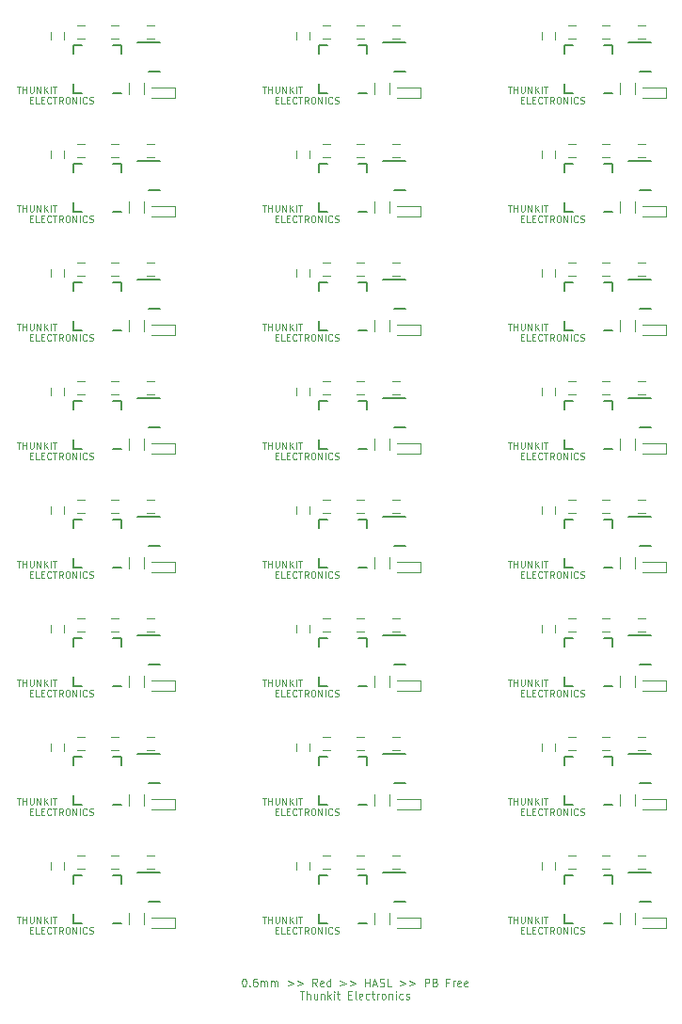
<source format=gbr>
G04 #@! TF.FileFunction,Legend,Top*
%FSLAX46Y46*%
G04 Gerber Fmt 4.6, Leading zero omitted, Abs format (unit mm)*
G04 Created by KiCad (PCBNEW 4.0.5+dfsg1-4) date Sun Jun 17 20:11:44 2018*
%MOMM*%
%LPD*%
G01*
G04 APERTURE LIST*
%ADD10C,0.100000*%
%ADD11C,0.120000*%
%ADD12C,0.150000*%
%ADD13C,0.127000*%
G04 APERTURE END LIST*
D10*
X156751001Y-145472667D02*
X156817668Y-145472667D01*
X156884334Y-145506000D01*
X156917668Y-145539333D01*
X156951001Y-145606000D01*
X156984334Y-145739333D01*
X156984334Y-145906000D01*
X156951001Y-146039333D01*
X156917668Y-146106000D01*
X156884334Y-146139333D01*
X156817668Y-146172667D01*
X156751001Y-146172667D01*
X156684334Y-146139333D01*
X156651001Y-146106000D01*
X156617668Y-146039333D01*
X156584334Y-145906000D01*
X156584334Y-145739333D01*
X156617668Y-145606000D01*
X156651001Y-145539333D01*
X156684334Y-145506000D01*
X156751001Y-145472667D01*
X157284335Y-146106000D02*
X157317668Y-146139333D01*
X157284335Y-146172667D01*
X157251001Y-146139333D01*
X157284335Y-146106000D01*
X157284335Y-146172667D01*
X157917668Y-145472667D02*
X157784334Y-145472667D01*
X157717668Y-145506000D01*
X157684334Y-145539333D01*
X157617668Y-145639333D01*
X157584334Y-145772667D01*
X157584334Y-146039333D01*
X157617668Y-146106000D01*
X157651001Y-146139333D01*
X157717668Y-146172667D01*
X157851001Y-146172667D01*
X157917668Y-146139333D01*
X157951001Y-146106000D01*
X157984334Y-146039333D01*
X157984334Y-145872667D01*
X157951001Y-145806000D01*
X157917668Y-145772667D01*
X157851001Y-145739333D01*
X157717668Y-145739333D01*
X157651001Y-145772667D01*
X157617668Y-145806000D01*
X157584334Y-145872667D01*
X158284335Y-146172667D02*
X158284335Y-145706000D01*
X158284335Y-145772667D02*
X158317668Y-145739333D01*
X158384335Y-145706000D01*
X158484335Y-145706000D01*
X158551001Y-145739333D01*
X158584335Y-145806000D01*
X158584335Y-146172667D01*
X158584335Y-145806000D02*
X158617668Y-145739333D01*
X158684335Y-145706000D01*
X158784335Y-145706000D01*
X158851001Y-145739333D01*
X158884335Y-145806000D01*
X158884335Y-146172667D01*
X159217668Y-146172667D02*
X159217668Y-145706000D01*
X159217668Y-145772667D02*
X159251001Y-145739333D01*
X159317668Y-145706000D01*
X159417668Y-145706000D01*
X159484334Y-145739333D01*
X159517668Y-145806000D01*
X159517668Y-146172667D01*
X159517668Y-145806000D02*
X159551001Y-145739333D01*
X159617668Y-145706000D01*
X159717668Y-145706000D01*
X159784334Y-145739333D01*
X159817668Y-145806000D01*
X159817668Y-146172667D01*
X160684334Y-145706000D02*
X161217667Y-145906000D01*
X160684334Y-146106000D01*
X161551001Y-145706000D02*
X162084334Y-145906000D01*
X161551001Y-146106000D01*
X163351001Y-146172667D02*
X163117667Y-145839333D01*
X162951001Y-146172667D02*
X162951001Y-145472667D01*
X163217667Y-145472667D01*
X163284334Y-145506000D01*
X163317667Y-145539333D01*
X163351001Y-145606000D01*
X163351001Y-145706000D01*
X163317667Y-145772667D01*
X163284334Y-145806000D01*
X163217667Y-145839333D01*
X162951001Y-145839333D01*
X163917667Y-146139333D02*
X163851001Y-146172667D01*
X163717667Y-146172667D01*
X163651001Y-146139333D01*
X163617667Y-146072667D01*
X163617667Y-145806000D01*
X163651001Y-145739333D01*
X163717667Y-145706000D01*
X163851001Y-145706000D01*
X163917667Y-145739333D01*
X163951001Y-145806000D01*
X163951001Y-145872667D01*
X163617667Y-145939333D01*
X164551001Y-146172667D02*
X164551001Y-145472667D01*
X164551001Y-146139333D02*
X164484334Y-146172667D01*
X164351001Y-146172667D01*
X164284334Y-146139333D01*
X164251001Y-146106000D01*
X164217667Y-146039333D01*
X164217667Y-145839333D01*
X164251001Y-145772667D01*
X164284334Y-145739333D01*
X164351001Y-145706000D01*
X164484334Y-145706000D01*
X164551001Y-145739333D01*
X165417667Y-145706000D02*
X165951000Y-145906000D01*
X165417667Y-146106000D01*
X166284334Y-145706000D02*
X166817667Y-145906000D01*
X166284334Y-146106000D01*
X167684334Y-146172667D02*
X167684334Y-145472667D01*
X167684334Y-145806000D02*
X168084334Y-145806000D01*
X168084334Y-146172667D02*
X168084334Y-145472667D01*
X168384333Y-145972667D02*
X168717667Y-145972667D01*
X168317667Y-146172667D02*
X168551000Y-145472667D01*
X168784333Y-146172667D01*
X168984333Y-146139333D02*
X169084333Y-146172667D01*
X169251000Y-146172667D01*
X169317667Y-146139333D01*
X169351000Y-146106000D01*
X169384333Y-146039333D01*
X169384333Y-145972667D01*
X169351000Y-145906000D01*
X169317667Y-145872667D01*
X169251000Y-145839333D01*
X169117667Y-145806000D01*
X169051000Y-145772667D01*
X169017667Y-145739333D01*
X168984333Y-145672667D01*
X168984333Y-145606000D01*
X169017667Y-145539333D01*
X169051000Y-145506000D01*
X169117667Y-145472667D01*
X169284333Y-145472667D01*
X169384333Y-145506000D01*
X170017667Y-146172667D02*
X169684334Y-146172667D01*
X169684334Y-145472667D01*
X170784334Y-145706000D02*
X171317667Y-145906000D01*
X170784334Y-146106000D01*
X171651001Y-145706000D02*
X172184334Y-145906000D01*
X171651001Y-146106000D01*
X173051001Y-146172667D02*
X173051001Y-145472667D01*
X173317667Y-145472667D01*
X173384334Y-145506000D01*
X173417667Y-145539333D01*
X173451001Y-145606000D01*
X173451001Y-145706000D01*
X173417667Y-145772667D01*
X173384334Y-145806000D01*
X173317667Y-145839333D01*
X173051001Y-145839333D01*
X173984334Y-145806000D02*
X174084334Y-145839333D01*
X174117667Y-145872667D01*
X174151001Y-145939333D01*
X174151001Y-146039333D01*
X174117667Y-146106000D01*
X174084334Y-146139333D01*
X174017667Y-146172667D01*
X173751001Y-146172667D01*
X173751001Y-145472667D01*
X173984334Y-145472667D01*
X174051001Y-145506000D01*
X174084334Y-145539333D01*
X174117667Y-145606000D01*
X174117667Y-145672667D01*
X174084334Y-145739333D01*
X174051001Y-145772667D01*
X173984334Y-145806000D01*
X173751001Y-145806000D01*
X175217667Y-145806000D02*
X174984334Y-145806000D01*
X174984334Y-146172667D02*
X174984334Y-145472667D01*
X175317667Y-145472667D01*
X175584334Y-146172667D02*
X175584334Y-145706000D01*
X175584334Y-145839333D02*
X175617667Y-145772667D01*
X175651000Y-145739333D01*
X175717667Y-145706000D01*
X175784334Y-145706000D01*
X176284333Y-146139333D02*
X176217667Y-146172667D01*
X176084333Y-146172667D01*
X176017667Y-146139333D01*
X175984333Y-146072667D01*
X175984333Y-145806000D01*
X176017667Y-145739333D01*
X176084333Y-145706000D01*
X176217667Y-145706000D01*
X176284333Y-145739333D01*
X176317667Y-145806000D01*
X176317667Y-145872667D01*
X175984333Y-145939333D01*
X176884333Y-146139333D02*
X176817667Y-146172667D01*
X176684333Y-146172667D01*
X176617667Y-146139333D01*
X176584333Y-146072667D01*
X176584333Y-145806000D01*
X176617667Y-145739333D01*
X176684333Y-145706000D01*
X176817667Y-145706000D01*
X176884333Y-145739333D01*
X176917667Y-145806000D01*
X176917667Y-145872667D01*
X176584333Y-145939333D01*
X161784335Y-146622667D02*
X162184335Y-146622667D01*
X161984335Y-147322667D02*
X161984335Y-146622667D01*
X162417668Y-147322667D02*
X162417668Y-146622667D01*
X162717668Y-147322667D02*
X162717668Y-146956000D01*
X162684334Y-146889333D01*
X162617668Y-146856000D01*
X162517668Y-146856000D01*
X162451001Y-146889333D01*
X162417668Y-146922667D01*
X163351001Y-146856000D02*
X163351001Y-147322667D01*
X163051001Y-146856000D02*
X163051001Y-147222667D01*
X163084334Y-147289333D01*
X163151001Y-147322667D01*
X163251001Y-147322667D01*
X163317667Y-147289333D01*
X163351001Y-147256000D01*
X163684334Y-146856000D02*
X163684334Y-147322667D01*
X163684334Y-146922667D02*
X163717667Y-146889333D01*
X163784334Y-146856000D01*
X163884334Y-146856000D01*
X163951000Y-146889333D01*
X163984334Y-146956000D01*
X163984334Y-147322667D01*
X164317667Y-147322667D02*
X164317667Y-146622667D01*
X164384333Y-147056000D02*
X164584333Y-147322667D01*
X164584333Y-146856000D02*
X164317667Y-147122667D01*
X164884334Y-147322667D02*
X164884334Y-146856000D01*
X164884334Y-146622667D02*
X164851000Y-146656000D01*
X164884334Y-146689333D01*
X164917667Y-146656000D01*
X164884334Y-146622667D01*
X164884334Y-146689333D01*
X165117667Y-146856000D02*
X165384333Y-146856000D01*
X165217667Y-146622667D02*
X165217667Y-147222667D01*
X165251000Y-147289333D01*
X165317667Y-147322667D01*
X165384333Y-147322667D01*
X166151000Y-146956000D02*
X166384333Y-146956000D01*
X166484333Y-147322667D02*
X166151000Y-147322667D01*
X166151000Y-146622667D01*
X166484333Y-146622667D01*
X166884333Y-147322667D02*
X166817666Y-147289333D01*
X166784333Y-147222667D01*
X166784333Y-146622667D01*
X167417666Y-147289333D02*
X167351000Y-147322667D01*
X167217666Y-147322667D01*
X167151000Y-147289333D01*
X167117666Y-147222667D01*
X167117666Y-146956000D01*
X167151000Y-146889333D01*
X167217666Y-146856000D01*
X167351000Y-146856000D01*
X167417666Y-146889333D01*
X167451000Y-146956000D01*
X167451000Y-147022667D01*
X167117666Y-147089333D01*
X168051000Y-147289333D02*
X167984333Y-147322667D01*
X167851000Y-147322667D01*
X167784333Y-147289333D01*
X167751000Y-147256000D01*
X167717666Y-147189333D01*
X167717666Y-146989333D01*
X167751000Y-146922667D01*
X167784333Y-146889333D01*
X167851000Y-146856000D01*
X167984333Y-146856000D01*
X168051000Y-146889333D01*
X168251000Y-146856000D02*
X168517666Y-146856000D01*
X168351000Y-146622667D02*
X168351000Y-147222667D01*
X168384333Y-147289333D01*
X168451000Y-147322667D01*
X168517666Y-147322667D01*
X168751000Y-147322667D02*
X168751000Y-146856000D01*
X168751000Y-146989333D02*
X168784333Y-146922667D01*
X168817666Y-146889333D01*
X168884333Y-146856000D01*
X168951000Y-146856000D01*
X169284333Y-147322667D02*
X169217666Y-147289333D01*
X169184333Y-147256000D01*
X169150999Y-147189333D01*
X169150999Y-146989333D01*
X169184333Y-146922667D01*
X169217666Y-146889333D01*
X169284333Y-146856000D01*
X169384333Y-146856000D01*
X169450999Y-146889333D01*
X169484333Y-146922667D01*
X169517666Y-146989333D01*
X169517666Y-147189333D01*
X169484333Y-147256000D01*
X169450999Y-147289333D01*
X169384333Y-147322667D01*
X169284333Y-147322667D01*
X169817666Y-146856000D02*
X169817666Y-147322667D01*
X169817666Y-146922667D02*
X169850999Y-146889333D01*
X169917666Y-146856000D01*
X170017666Y-146856000D01*
X170084332Y-146889333D01*
X170117666Y-146956000D01*
X170117666Y-147322667D01*
X170450999Y-147322667D02*
X170450999Y-146856000D01*
X170450999Y-146622667D02*
X170417665Y-146656000D01*
X170450999Y-146689333D01*
X170484332Y-146656000D01*
X170450999Y-146622667D01*
X170450999Y-146689333D01*
X171084332Y-147289333D02*
X171017665Y-147322667D01*
X170884332Y-147322667D01*
X170817665Y-147289333D01*
X170784332Y-147256000D01*
X170750998Y-147189333D01*
X170750998Y-146989333D01*
X170784332Y-146922667D01*
X170817665Y-146889333D01*
X170884332Y-146856000D01*
X171017665Y-146856000D01*
X171084332Y-146889333D01*
X171350998Y-147289333D02*
X171417665Y-147322667D01*
X171550998Y-147322667D01*
X171617665Y-147289333D01*
X171650998Y-147222667D01*
X171650998Y-147189333D01*
X171617665Y-147122667D01*
X171550998Y-147089333D01*
X171450998Y-147089333D01*
X171384332Y-147056000D01*
X171350998Y-146989333D01*
X171350998Y-146956000D01*
X171384332Y-146889333D01*
X171450998Y-146856000D01*
X171550998Y-146856000D01*
X171617665Y-146889333D01*
X180522787Y-97207429D02*
X180865644Y-97207429D01*
X180694215Y-97807429D02*
X180694215Y-97207429D01*
X181065644Y-97807429D02*
X181065644Y-97207429D01*
X181065644Y-97493143D02*
X181408501Y-97493143D01*
X181408501Y-97807429D02*
X181408501Y-97207429D01*
X181694215Y-97207429D02*
X181694215Y-97693143D01*
X181722787Y-97750286D01*
X181751358Y-97778857D01*
X181808501Y-97807429D01*
X181922787Y-97807429D01*
X181979929Y-97778857D01*
X182008501Y-97750286D01*
X182037072Y-97693143D01*
X182037072Y-97207429D01*
X182322786Y-97807429D02*
X182322786Y-97207429D01*
X182665643Y-97807429D01*
X182665643Y-97207429D01*
X182951357Y-97807429D02*
X182951357Y-97207429D01*
X183294214Y-97807429D02*
X183037071Y-97464571D01*
X183294214Y-97207429D02*
X182951357Y-97550286D01*
X183551357Y-97807429D02*
X183551357Y-97207429D01*
X183751357Y-97207429D02*
X184094214Y-97207429D01*
X183922785Y-97807429D02*
X183922785Y-97207429D01*
X181702429Y-98445643D02*
X181902429Y-98445643D01*
X181988143Y-98759929D02*
X181702429Y-98759929D01*
X181702429Y-98159929D01*
X181988143Y-98159929D01*
X182531000Y-98759929D02*
X182245286Y-98759929D01*
X182245286Y-98159929D01*
X182731000Y-98445643D02*
X182931000Y-98445643D01*
X183016714Y-98759929D02*
X182731000Y-98759929D01*
X182731000Y-98159929D01*
X183016714Y-98159929D01*
X183616714Y-98702786D02*
X183588143Y-98731357D01*
X183502429Y-98759929D01*
X183445286Y-98759929D01*
X183359571Y-98731357D01*
X183302429Y-98674214D01*
X183273857Y-98617071D01*
X183245286Y-98502786D01*
X183245286Y-98417071D01*
X183273857Y-98302786D01*
X183302429Y-98245643D01*
X183359571Y-98188500D01*
X183445286Y-98159929D01*
X183502429Y-98159929D01*
X183588143Y-98188500D01*
X183616714Y-98217071D01*
X183788143Y-98159929D02*
X184131000Y-98159929D01*
X183959571Y-98759929D02*
X183959571Y-98159929D01*
X184673857Y-98759929D02*
X184473857Y-98474214D01*
X184331000Y-98759929D02*
X184331000Y-98159929D01*
X184559572Y-98159929D01*
X184616714Y-98188500D01*
X184645286Y-98217071D01*
X184673857Y-98274214D01*
X184673857Y-98359929D01*
X184645286Y-98417071D01*
X184616714Y-98445643D01*
X184559572Y-98474214D01*
X184331000Y-98474214D01*
X185045286Y-98159929D02*
X185159572Y-98159929D01*
X185216714Y-98188500D01*
X185273857Y-98245643D01*
X185302429Y-98359929D01*
X185302429Y-98559929D01*
X185273857Y-98674214D01*
X185216714Y-98731357D01*
X185159572Y-98759929D01*
X185045286Y-98759929D01*
X184988143Y-98731357D01*
X184931000Y-98674214D01*
X184902429Y-98559929D01*
X184902429Y-98359929D01*
X184931000Y-98245643D01*
X184988143Y-98188500D01*
X185045286Y-98159929D01*
X185559571Y-98759929D02*
X185559571Y-98159929D01*
X185902428Y-98759929D01*
X185902428Y-98159929D01*
X186188142Y-98759929D02*
X186188142Y-98159929D01*
X186816713Y-98702786D02*
X186788142Y-98731357D01*
X186702428Y-98759929D01*
X186645285Y-98759929D01*
X186559570Y-98731357D01*
X186502428Y-98674214D01*
X186473856Y-98617071D01*
X186445285Y-98502786D01*
X186445285Y-98417071D01*
X186473856Y-98302786D01*
X186502428Y-98245643D01*
X186559570Y-98188500D01*
X186645285Y-98159929D01*
X186702428Y-98159929D01*
X186788142Y-98188500D01*
X186816713Y-98217071D01*
X187045285Y-98731357D02*
X187130999Y-98759929D01*
X187273856Y-98759929D01*
X187330999Y-98731357D01*
X187359570Y-98702786D01*
X187388142Y-98645643D01*
X187388142Y-98588500D01*
X187359570Y-98531357D01*
X187330999Y-98502786D01*
X187273856Y-98474214D01*
X187159570Y-98445643D01*
X187102428Y-98417071D01*
X187073856Y-98388500D01*
X187045285Y-98331357D01*
X187045285Y-98274214D01*
X187073856Y-98217071D01*
X187102428Y-98188500D01*
X187159570Y-98159929D01*
X187302428Y-98159929D01*
X187388142Y-98188500D01*
X180522787Y-86539429D02*
X180865644Y-86539429D01*
X180694215Y-87139429D02*
X180694215Y-86539429D01*
X181065644Y-87139429D02*
X181065644Y-86539429D01*
X181065644Y-86825143D02*
X181408501Y-86825143D01*
X181408501Y-87139429D02*
X181408501Y-86539429D01*
X181694215Y-86539429D02*
X181694215Y-87025143D01*
X181722787Y-87082286D01*
X181751358Y-87110857D01*
X181808501Y-87139429D01*
X181922787Y-87139429D01*
X181979929Y-87110857D01*
X182008501Y-87082286D01*
X182037072Y-87025143D01*
X182037072Y-86539429D01*
X182322786Y-87139429D02*
X182322786Y-86539429D01*
X182665643Y-87139429D01*
X182665643Y-86539429D01*
X182951357Y-87139429D02*
X182951357Y-86539429D01*
X183294214Y-87139429D02*
X183037071Y-86796571D01*
X183294214Y-86539429D02*
X182951357Y-86882286D01*
X183551357Y-87139429D02*
X183551357Y-86539429D01*
X183751357Y-86539429D02*
X184094214Y-86539429D01*
X183922785Y-87139429D02*
X183922785Y-86539429D01*
X181702429Y-87777643D02*
X181902429Y-87777643D01*
X181988143Y-88091929D02*
X181702429Y-88091929D01*
X181702429Y-87491929D01*
X181988143Y-87491929D01*
X182531000Y-88091929D02*
X182245286Y-88091929D01*
X182245286Y-87491929D01*
X182731000Y-87777643D02*
X182931000Y-87777643D01*
X183016714Y-88091929D02*
X182731000Y-88091929D01*
X182731000Y-87491929D01*
X183016714Y-87491929D01*
X183616714Y-88034786D02*
X183588143Y-88063357D01*
X183502429Y-88091929D01*
X183445286Y-88091929D01*
X183359571Y-88063357D01*
X183302429Y-88006214D01*
X183273857Y-87949071D01*
X183245286Y-87834786D01*
X183245286Y-87749071D01*
X183273857Y-87634786D01*
X183302429Y-87577643D01*
X183359571Y-87520500D01*
X183445286Y-87491929D01*
X183502429Y-87491929D01*
X183588143Y-87520500D01*
X183616714Y-87549071D01*
X183788143Y-87491929D02*
X184131000Y-87491929D01*
X183959571Y-88091929D02*
X183959571Y-87491929D01*
X184673857Y-88091929D02*
X184473857Y-87806214D01*
X184331000Y-88091929D02*
X184331000Y-87491929D01*
X184559572Y-87491929D01*
X184616714Y-87520500D01*
X184645286Y-87549071D01*
X184673857Y-87606214D01*
X184673857Y-87691929D01*
X184645286Y-87749071D01*
X184616714Y-87777643D01*
X184559572Y-87806214D01*
X184331000Y-87806214D01*
X185045286Y-87491929D02*
X185159572Y-87491929D01*
X185216714Y-87520500D01*
X185273857Y-87577643D01*
X185302429Y-87691929D01*
X185302429Y-87891929D01*
X185273857Y-88006214D01*
X185216714Y-88063357D01*
X185159572Y-88091929D01*
X185045286Y-88091929D01*
X184988143Y-88063357D01*
X184931000Y-88006214D01*
X184902429Y-87891929D01*
X184902429Y-87691929D01*
X184931000Y-87577643D01*
X184988143Y-87520500D01*
X185045286Y-87491929D01*
X185559571Y-88091929D02*
X185559571Y-87491929D01*
X185902428Y-88091929D01*
X185902428Y-87491929D01*
X186188142Y-88091929D02*
X186188142Y-87491929D01*
X186816713Y-88034786D02*
X186788142Y-88063357D01*
X186702428Y-88091929D01*
X186645285Y-88091929D01*
X186559570Y-88063357D01*
X186502428Y-88006214D01*
X186473856Y-87949071D01*
X186445285Y-87834786D01*
X186445285Y-87749071D01*
X186473856Y-87634786D01*
X186502428Y-87577643D01*
X186559570Y-87520500D01*
X186645285Y-87491929D01*
X186702428Y-87491929D01*
X186788142Y-87520500D01*
X186816713Y-87549071D01*
X187045285Y-88063357D02*
X187130999Y-88091929D01*
X187273856Y-88091929D01*
X187330999Y-88063357D01*
X187359570Y-88034786D01*
X187388142Y-87977643D01*
X187388142Y-87920500D01*
X187359570Y-87863357D01*
X187330999Y-87834786D01*
X187273856Y-87806214D01*
X187159570Y-87777643D01*
X187102428Y-87749071D01*
X187073856Y-87720500D01*
X187045285Y-87663357D01*
X187045285Y-87606214D01*
X187073856Y-87549071D01*
X187102428Y-87520500D01*
X187159570Y-87491929D01*
X187302428Y-87491929D01*
X187388142Y-87520500D01*
X180522787Y-75871429D02*
X180865644Y-75871429D01*
X180694215Y-76471429D02*
X180694215Y-75871429D01*
X181065644Y-76471429D02*
X181065644Y-75871429D01*
X181065644Y-76157143D02*
X181408501Y-76157143D01*
X181408501Y-76471429D02*
X181408501Y-75871429D01*
X181694215Y-75871429D02*
X181694215Y-76357143D01*
X181722787Y-76414286D01*
X181751358Y-76442857D01*
X181808501Y-76471429D01*
X181922787Y-76471429D01*
X181979929Y-76442857D01*
X182008501Y-76414286D01*
X182037072Y-76357143D01*
X182037072Y-75871429D01*
X182322786Y-76471429D02*
X182322786Y-75871429D01*
X182665643Y-76471429D01*
X182665643Y-75871429D01*
X182951357Y-76471429D02*
X182951357Y-75871429D01*
X183294214Y-76471429D02*
X183037071Y-76128571D01*
X183294214Y-75871429D02*
X182951357Y-76214286D01*
X183551357Y-76471429D02*
X183551357Y-75871429D01*
X183751357Y-75871429D02*
X184094214Y-75871429D01*
X183922785Y-76471429D02*
X183922785Y-75871429D01*
X181702429Y-77109643D02*
X181902429Y-77109643D01*
X181988143Y-77423929D02*
X181702429Y-77423929D01*
X181702429Y-76823929D01*
X181988143Y-76823929D01*
X182531000Y-77423929D02*
X182245286Y-77423929D01*
X182245286Y-76823929D01*
X182731000Y-77109643D02*
X182931000Y-77109643D01*
X183016714Y-77423929D02*
X182731000Y-77423929D01*
X182731000Y-76823929D01*
X183016714Y-76823929D01*
X183616714Y-77366786D02*
X183588143Y-77395357D01*
X183502429Y-77423929D01*
X183445286Y-77423929D01*
X183359571Y-77395357D01*
X183302429Y-77338214D01*
X183273857Y-77281071D01*
X183245286Y-77166786D01*
X183245286Y-77081071D01*
X183273857Y-76966786D01*
X183302429Y-76909643D01*
X183359571Y-76852500D01*
X183445286Y-76823929D01*
X183502429Y-76823929D01*
X183588143Y-76852500D01*
X183616714Y-76881071D01*
X183788143Y-76823929D02*
X184131000Y-76823929D01*
X183959571Y-77423929D02*
X183959571Y-76823929D01*
X184673857Y-77423929D02*
X184473857Y-77138214D01*
X184331000Y-77423929D02*
X184331000Y-76823929D01*
X184559572Y-76823929D01*
X184616714Y-76852500D01*
X184645286Y-76881071D01*
X184673857Y-76938214D01*
X184673857Y-77023929D01*
X184645286Y-77081071D01*
X184616714Y-77109643D01*
X184559572Y-77138214D01*
X184331000Y-77138214D01*
X185045286Y-76823929D02*
X185159572Y-76823929D01*
X185216714Y-76852500D01*
X185273857Y-76909643D01*
X185302429Y-77023929D01*
X185302429Y-77223929D01*
X185273857Y-77338214D01*
X185216714Y-77395357D01*
X185159572Y-77423929D01*
X185045286Y-77423929D01*
X184988143Y-77395357D01*
X184931000Y-77338214D01*
X184902429Y-77223929D01*
X184902429Y-77023929D01*
X184931000Y-76909643D01*
X184988143Y-76852500D01*
X185045286Y-76823929D01*
X185559571Y-77423929D02*
X185559571Y-76823929D01*
X185902428Y-77423929D01*
X185902428Y-76823929D01*
X186188142Y-77423929D02*
X186188142Y-76823929D01*
X186816713Y-77366786D02*
X186788142Y-77395357D01*
X186702428Y-77423929D01*
X186645285Y-77423929D01*
X186559570Y-77395357D01*
X186502428Y-77338214D01*
X186473856Y-77281071D01*
X186445285Y-77166786D01*
X186445285Y-77081071D01*
X186473856Y-76966786D01*
X186502428Y-76909643D01*
X186559570Y-76852500D01*
X186645285Y-76823929D01*
X186702428Y-76823929D01*
X186788142Y-76852500D01*
X186816713Y-76881071D01*
X187045285Y-77395357D02*
X187130999Y-77423929D01*
X187273856Y-77423929D01*
X187330999Y-77395357D01*
X187359570Y-77366786D01*
X187388142Y-77309643D01*
X187388142Y-77252500D01*
X187359570Y-77195357D01*
X187330999Y-77166786D01*
X187273856Y-77138214D01*
X187159570Y-77109643D01*
X187102428Y-77081071D01*
X187073856Y-77052500D01*
X187045285Y-76995357D01*
X187045285Y-76938214D01*
X187073856Y-76881071D01*
X187102428Y-76852500D01*
X187159570Y-76823929D01*
X187302428Y-76823929D01*
X187388142Y-76852500D01*
X180522787Y-65203429D02*
X180865644Y-65203429D01*
X180694215Y-65803429D02*
X180694215Y-65203429D01*
X181065644Y-65803429D02*
X181065644Y-65203429D01*
X181065644Y-65489143D02*
X181408501Y-65489143D01*
X181408501Y-65803429D02*
X181408501Y-65203429D01*
X181694215Y-65203429D02*
X181694215Y-65689143D01*
X181722787Y-65746286D01*
X181751358Y-65774857D01*
X181808501Y-65803429D01*
X181922787Y-65803429D01*
X181979929Y-65774857D01*
X182008501Y-65746286D01*
X182037072Y-65689143D01*
X182037072Y-65203429D01*
X182322786Y-65803429D02*
X182322786Y-65203429D01*
X182665643Y-65803429D01*
X182665643Y-65203429D01*
X182951357Y-65803429D02*
X182951357Y-65203429D01*
X183294214Y-65803429D02*
X183037071Y-65460571D01*
X183294214Y-65203429D02*
X182951357Y-65546286D01*
X183551357Y-65803429D02*
X183551357Y-65203429D01*
X183751357Y-65203429D02*
X184094214Y-65203429D01*
X183922785Y-65803429D02*
X183922785Y-65203429D01*
X181702429Y-66441643D02*
X181902429Y-66441643D01*
X181988143Y-66755929D02*
X181702429Y-66755929D01*
X181702429Y-66155929D01*
X181988143Y-66155929D01*
X182531000Y-66755929D02*
X182245286Y-66755929D01*
X182245286Y-66155929D01*
X182731000Y-66441643D02*
X182931000Y-66441643D01*
X183016714Y-66755929D02*
X182731000Y-66755929D01*
X182731000Y-66155929D01*
X183016714Y-66155929D01*
X183616714Y-66698786D02*
X183588143Y-66727357D01*
X183502429Y-66755929D01*
X183445286Y-66755929D01*
X183359571Y-66727357D01*
X183302429Y-66670214D01*
X183273857Y-66613071D01*
X183245286Y-66498786D01*
X183245286Y-66413071D01*
X183273857Y-66298786D01*
X183302429Y-66241643D01*
X183359571Y-66184500D01*
X183445286Y-66155929D01*
X183502429Y-66155929D01*
X183588143Y-66184500D01*
X183616714Y-66213071D01*
X183788143Y-66155929D02*
X184131000Y-66155929D01*
X183959571Y-66755929D02*
X183959571Y-66155929D01*
X184673857Y-66755929D02*
X184473857Y-66470214D01*
X184331000Y-66755929D02*
X184331000Y-66155929D01*
X184559572Y-66155929D01*
X184616714Y-66184500D01*
X184645286Y-66213071D01*
X184673857Y-66270214D01*
X184673857Y-66355929D01*
X184645286Y-66413071D01*
X184616714Y-66441643D01*
X184559572Y-66470214D01*
X184331000Y-66470214D01*
X185045286Y-66155929D02*
X185159572Y-66155929D01*
X185216714Y-66184500D01*
X185273857Y-66241643D01*
X185302429Y-66355929D01*
X185302429Y-66555929D01*
X185273857Y-66670214D01*
X185216714Y-66727357D01*
X185159572Y-66755929D01*
X185045286Y-66755929D01*
X184988143Y-66727357D01*
X184931000Y-66670214D01*
X184902429Y-66555929D01*
X184902429Y-66355929D01*
X184931000Y-66241643D01*
X184988143Y-66184500D01*
X185045286Y-66155929D01*
X185559571Y-66755929D02*
X185559571Y-66155929D01*
X185902428Y-66755929D01*
X185902428Y-66155929D01*
X186188142Y-66755929D02*
X186188142Y-66155929D01*
X186816713Y-66698786D02*
X186788142Y-66727357D01*
X186702428Y-66755929D01*
X186645285Y-66755929D01*
X186559570Y-66727357D01*
X186502428Y-66670214D01*
X186473856Y-66613071D01*
X186445285Y-66498786D01*
X186445285Y-66413071D01*
X186473856Y-66298786D01*
X186502428Y-66241643D01*
X186559570Y-66184500D01*
X186645285Y-66155929D01*
X186702428Y-66155929D01*
X186788142Y-66184500D01*
X186816713Y-66213071D01*
X187045285Y-66727357D02*
X187130999Y-66755929D01*
X187273856Y-66755929D01*
X187330999Y-66727357D01*
X187359570Y-66698786D01*
X187388142Y-66641643D01*
X187388142Y-66584500D01*
X187359570Y-66527357D01*
X187330999Y-66498786D01*
X187273856Y-66470214D01*
X187159570Y-66441643D01*
X187102428Y-66413071D01*
X187073856Y-66384500D01*
X187045285Y-66327357D01*
X187045285Y-66270214D01*
X187073856Y-66213071D01*
X187102428Y-66184500D01*
X187159570Y-66155929D01*
X187302428Y-66155929D01*
X187388142Y-66184500D01*
X181702429Y-119781643D02*
X181902429Y-119781643D01*
X181988143Y-120095929D02*
X181702429Y-120095929D01*
X181702429Y-119495929D01*
X181988143Y-119495929D01*
X182531000Y-120095929D02*
X182245286Y-120095929D01*
X182245286Y-119495929D01*
X182731000Y-119781643D02*
X182931000Y-119781643D01*
X183016714Y-120095929D02*
X182731000Y-120095929D01*
X182731000Y-119495929D01*
X183016714Y-119495929D01*
X183616714Y-120038786D02*
X183588143Y-120067357D01*
X183502429Y-120095929D01*
X183445286Y-120095929D01*
X183359571Y-120067357D01*
X183302429Y-120010214D01*
X183273857Y-119953071D01*
X183245286Y-119838786D01*
X183245286Y-119753071D01*
X183273857Y-119638786D01*
X183302429Y-119581643D01*
X183359571Y-119524500D01*
X183445286Y-119495929D01*
X183502429Y-119495929D01*
X183588143Y-119524500D01*
X183616714Y-119553071D01*
X183788143Y-119495929D02*
X184131000Y-119495929D01*
X183959571Y-120095929D02*
X183959571Y-119495929D01*
X184673857Y-120095929D02*
X184473857Y-119810214D01*
X184331000Y-120095929D02*
X184331000Y-119495929D01*
X184559572Y-119495929D01*
X184616714Y-119524500D01*
X184645286Y-119553071D01*
X184673857Y-119610214D01*
X184673857Y-119695929D01*
X184645286Y-119753071D01*
X184616714Y-119781643D01*
X184559572Y-119810214D01*
X184331000Y-119810214D01*
X185045286Y-119495929D02*
X185159572Y-119495929D01*
X185216714Y-119524500D01*
X185273857Y-119581643D01*
X185302429Y-119695929D01*
X185302429Y-119895929D01*
X185273857Y-120010214D01*
X185216714Y-120067357D01*
X185159572Y-120095929D01*
X185045286Y-120095929D01*
X184988143Y-120067357D01*
X184931000Y-120010214D01*
X184902429Y-119895929D01*
X184902429Y-119695929D01*
X184931000Y-119581643D01*
X184988143Y-119524500D01*
X185045286Y-119495929D01*
X185559571Y-120095929D02*
X185559571Y-119495929D01*
X185902428Y-120095929D01*
X185902428Y-119495929D01*
X186188142Y-120095929D02*
X186188142Y-119495929D01*
X186816713Y-120038786D02*
X186788142Y-120067357D01*
X186702428Y-120095929D01*
X186645285Y-120095929D01*
X186559570Y-120067357D01*
X186502428Y-120010214D01*
X186473856Y-119953071D01*
X186445285Y-119838786D01*
X186445285Y-119753071D01*
X186473856Y-119638786D01*
X186502428Y-119581643D01*
X186559570Y-119524500D01*
X186645285Y-119495929D01*
X186702428Y-119495929D01*
X186788142Y-119524500D01*
X186816713Y-119553071D01*
X187045285Y-120067357D02*
X187130999Y-120095929D01*
X187273856Y-120095929D01*
X187330999Y-120067357D01*
X187359570Y-120038786D01*
X187388142Y-119981643D01*
X187388142Y-119924500D01*
X187359570Y-119867357D01*
X187330999Y-119838786D01*
X187273856Y-119810214D01*
X187159570Y-119781643D01*
X187102428Y-119753071D01*
X187073856Y-119724500D01*
X187045285Y-119667357D01*
X187045285Y-119610214D01*
X187073856Y-119553071D01*
X187102428Y-119524500D01*
X187159570Y-119495929D01*
X187302428Y-119495929D01*
X187388142Y-119524500D01*
X181702429Y-130449643D02*
X181902429Y-130449643D01*
X181988143Y-130763929D02*
X181702429Y-130763929D01*
X181702429Y-130163929D01*
X181988143Y-130163929D01*
X182531000Y-130763929D02*
X182245286Y-130763929D01*
X182245286Y-130163929D01*
X182731000Y-130449643D02*
X182931000Y-130449643D01*
X183016714Y-130763929D02*
X182731000Y-130763929D01*
X182731000Y-130163929D01*
X183016714Y-130163929D01*
X183616714Y-130706786D02*
X183588143Y-130735357D01*
X183502429Y-130763929D01*
X183445286Y-130763929D01*
X183359571Y-130735357D01*
X183302429Y-130678214D01*
X183273857Y-130621071D01*
X183245286Y-130506786D01*
X183245286Y-130421071D01*
X183273857Y-130306786D01*
X183302429Y-130249643D01*
X183359571Y-130192500D01*
X183445286Y-130163929D01*
X183502429Y-130163929D01*
X183588143Y-130192500D01*
X183616714Y-130221071D01*
X183788143Y-130163929D02*
X184131000Y-130163929D01*
X183959571Y-130763929D02*
X183959571Y-130163929D01*
X184673857Y-130763929D02*
X184473857Y-130478214D01*
X184331000Y-130763929D02*
X184331000Y-130163929D01*
X184559572Y-130163929D01*
X184616714Y-130192500D01*
X184645286Y-130221071D01*
X184673857Y-130278214D01*
X184673857Y-130363929D01*
X184645286Y-130421071D01*
X184616714Y-130449643D01*
X184559572Y-130478214D01*
X184331000Y-130478214D01*
X185045286Y-130163929D02*
X185159572Y-130163929D01*
X185216714Y-130192500D01*
X185273857Y-130249643D01*
X185302429Y-130363929D01*
X185302429Y-130563929D01*
X185273857Y-130678214D01*
X185216714Y-130735357D01*
X185159572Y-130763929D01*
X185045286Y-130763929D01*
X184988143Y-130735357D01*
X184931000Y-130678214D01*
X184902429Y-130563929D01*
X184902429Y-130363929D01*
X184931000Y-130249643D01*
X184988143Y-130192500D01*
X185045286Y-130163929D01*
X185559571Y-130763929D02*
X185559571Y-130163929D01*
X185902428Y-130763929D01*
X185902428Y-130163929D01*
X186188142Y-130763929D02*
X186188142Y-130163929D01*
X186816713Y-130706786D02*
X186788142Y-130735357D01*
X186702428Y-130763929D01*
X186645285Y-130763929D01*
X186559570Y-130735357D01*
X186502428Y-130678214D01*
X186473856Y-130621071D01*
X186445285Y-130506786D01*
X186445285Y-130421071D01*
X186473856Y-130306786D01*
X186502428Y-130249643D01*
X186559570Y-130192500D01*
X186645285Y-130163929D01*
X186702428Y-130163929D01*
X186788142Y-130192500D01*
X186816713Y-130221071D01*
X187045285Y-130735357D02*
X187130999Y-130763929D01*
X187273856Y-130763929D01*
X187330999Y-130735357D01*
X187359570Y-130706786D01*
X187388142Y-130649643D01*
X187388142Y-130592500D01*
X187359570Y-130535357D01*
X187330999Y-130506786D01*
X187273856Y-130478214D01*
X187159570Y-130449643D01*
X187102428Y-130421071D01*
X187073856Y-130392500D01*
X187045285Y-130335357D01*
X187045285Y-130278214D01*
X187073856Y-130221071D01*
X187102428Y-130192500D01*
X187159570Y-130163929D01*
X187302428Y-130163929D01*
X187388142Y-130192500D01*
X180522787Y-129211429D02*
X180865644Y-129211429D01*
X180694215Y-129811429D02*
X180694215Y-129211429D01*
X181065644Y-129811429D02*
X181065644Y-129211429D01*
X181065644Y-129497143D02*
X181408501Y-129497143D01*
X181408501Y-129811429D02*
X181408501Y-129211429D01*
X181694215Y-129211429D02*
X181694215Y-129697143D01*
X181722787Y-129754286D01*
X181751358Y-129782857D01*
X181808501Y-129811429D01*
X181922787Y-129811429D01*
X181979929Y-129782857D01*
X182008501Y-129754286D01*
X182037072Y-129697143D01*
X182037072Y-129211429D01*
X182322786Y-129811429D02*
X182322786Y-129211429D01*
X182665643Y-129811429D01*
X182665643Y-129211429D01*
X182951357Y-129811429D02*
X182951357Y-129211429D01*
X183294214Y-129811429D02*
X183037071Y-129468571D01*
X183294214Y-129211429D02*
X182951357Y-129554286D01*
X183551357Y-129811429D02*
X183551357Y-129211429D01*
X183751357Y-129211429D02*
X184094214Y-129211429D01*
X183922785Y-129811429D02*
X183922785Y-129211429D01*
X180522787Y-118543429D02*
X180865644Y-118543429D01*
X180694215Y-119143429D02*
X180694215Y-118543429D01*
X181065644Y-119143429D02*
X181065644Y-118543429D01*
X181065644Y-118829143D02*
X181408501Y-118829143D01*
X181408501Y-119143429D02*
X181408501Y-118543429D01*
X181694215Y-118543429D02*
X181694215Y-119029143D01*
X181722787Y-119086286D01*
X181751358Y-119114857D01*
X181808501Y-119143429D01*
X181922787Y-119143429D01*
X181979929Y-119114857D01*
X182008501Y-119086286D01*
X182037072Y-119029143D01*
X182037072Y-118543429D01*
X182322786Y-119143429D02*
X182322786Y-118543429D01*
X182665643Y-119143429D01*
X182665643Y-118543429D01*
X182951357Y-119143429D02*
X182951357Y-118543429D01*
X183294214Y-119143429D02*
X183037071Y-118800571D01*
X183294214Y-118543429D02*
X182951357Y-118886286D01*
X183551357Y-119143429D02*
X183551357Y-118543429D01*
X183751357Y-118543429D02*
X184094214Y-118543429D01*
X183922785Y-119143429D02*
X183922785Y-118543429D01*
X181702429Y-109113643D02*
X181902429Y-109113643D01*
X181988143Y-109427929D02*
X181702429Y-109427929D01*
X181702429Y-108827929D01*
X181988143Y-108827929D01*
X182531000Y-109427929D02*
X182245286Y-109427929D01*
X182245286Y-108827929D01*
X182731000Y-109113643D02*
X182931000Y-109113643D01*
X183016714Y-109427929D02*
X182731000Y-109427929D01*
X182731000Y-108827929D01*
X183016714Y-108827929D01*
X183616714Y-109370786D02*
X183588143Y-109399357D01*
X183502429Y-109427929D01*
X183445286Y-109427929D01*
X183359571Y-109399357D01*
X183302429Y-109342214D01*
X183273857Y-109285071D01*
X183245286Y-109170786D01*
X183245286Y-109085071D01*
X183273857Y-108970786D01*
X183302429Y-108913643D01*
X183359571Y-108856500D01*
X183445286Y-108827929D01*
X183502429Y-108827929D01*
X183588143Y-108856500D01*
X183616714Y-108885071D01*
X183788143Y-108827929D02*
X184131000Y-108827929D01*
X183959571Y-109427929D02*
X183959571Y-108827929D01*
X184673857Y-109427929D02*
X184473857Y-109142214D01*
X184331000Y-109427929D02*
X184331000Y-108827929D01*
X184559572Y-108827929D01*
X184616714Y-108856500D01*
X184645286Y-108885071D01*
X184673857Y-108942214D01*
X184673857Y-109027929D01*
X184645286Y-109085071D01*
X184616714Y-109113643D01*
X184559572Y-109142214D01*
X184331000Y-109142214D01*
X185045286Y-108827929D02*
X185159572Y-108827929D01*
X185216714Y-108856500D01*
X185273857Y-108913643D01*
X185302429Y-109027929D01*
X185302429Y-109227929D01*
X185273857Y-109342214D01*
X185216714Y-109399357D01*
X185159572Y-109427929D01*
X185045286Y-109427929D01*
X184988143Y-109399357D01*
X184931000Y-109342214D01*
X184902429Y-109227929D01*
X184902429Y-109027929D01*
X184931000Y-108913643D01*
X184988143Y-108856500D01*
X185045286Y-108827929D01*
X185559571Y-109427929D02*
X185559571Y-108827929D01*
X185902428Y-109427929D01*
X185902428Y-108827929D01*
X186188142Y-109427929D02*
X186188142Y-108827929D01*
X186816713Y-109370786D02*
X186788142Y-109399357D01*
X186702428Y-109427929D01*
X186645285Y-109427929D01*
X186559570Y-109399357D01*
X186502428Y-109342214D01*
X186473856Y-109285071D01*
X186445285Y-109170786D01*
X186445285Y-109085071D01*
X186473856Y-108970786D01*
X186502428Y-108913643D01*
X186559570Y-108856500D01*
X186645285Y-108827929D01*
X186702428Y-108827929D01*
X186788142Y-108856500D01*
X186816713Y-108885071D01*
X187045285Y-109399357D02*
X187130999Y-109427929D01*
X187273856Y-109427929D01*
X187330999Y-109399357D01*
X187359570Y-109370786D01*
X187388142Y-109313643D01*
X187388142Y-109256500D01*
X187359570Y-109199357D01*
X187330999Y-109170786D01*
X187273856Y-109142214D01*
X187159570Y-109113643D01*
X187102428Y-109085071D01*
X187073856Y-109056500D01*
X187045285Y-108999357D01*
X187045285Y-108942214D01*
X187073856Y-108885071D01*
X187102428Y-108856500D01*
X187159570Y-108827929D01*
X187302428Y-108827929D01*
X187388142Y-108856500D01*
X180522787Y-107875429D02*
X180865644Y-107875429D01*
X180694215Y-108475429D02*
X180694215Y-107875429D01*
X181065644Y-108475429D02*
X181065644Y-107875429D01*
X181065644Y-108161143D02*
X181408501Y-108161143D01*
X181408501Y-108475429D02*
X181408501Y-107875429D01*
X181694215Y-107875429D02*
X181694215Y-108361143D01*
X181722787Y-108418286D01*
X181751358Y-108446857D01*
X181808501Y-108475429D01*
X181922787Y-108475429D01*
X181979929Y-108446857D01*
X182008501Y-108418286D01*
X182037072Y-108361143D01*
X182037072Y-107875429D01*
X182322786Y-108475429D02*
X182322786Y-107875429D01*
X182665643Y-108475429D01*
X182665643Y-107875429D01*
X182951357Y-108475429D02*
X182951357Y-107875429D01*
X183294214Y-108475429D02*
X183037071Y-108132571D01*
X183294214Y-107875429D02*
X182951357Y-108218286D01*
X183551357Y-108475429D02*
X183551357Y-107875429D01*
X183751357Y-107875429D02*
X184094214Y-107875429D01*
X183922785Y-108475429D02*
X183922785Y-107875429D01*
X181702429Y-141117643D02*
X181902429Y-141117643D01*
X181988143Y-141431929D02*
X181702429Y-141431929D01*
X181702429Y-140831929D01*
X181988143Y-140831929D01*
X182531000Y-141431929D02*
X182245286Y-141431929D01*
X182245286Y-140831929D01*
X182731000Y-141117643D02*
X182931000Y-141117643D01*
X183016714Y-141431929D02*
X182731000Y-141431929D01*
X182731000Y-140831929D01*
X183016714Y-140831929D01*
X183616714Y-141374786D02*
X183588143Y-141403357D01*
X183502429Y-141431929D01*
X183445286Y-141431929D01*
X183359571Y-141403357D01*
X183302429Y-141346214D01*
X183273857Y-141289071D01*
X183245286Y-141174786D01*
X183245286Y-141089071D01*
X183273857Y-140974786D01*
X183302429Y-140917643D01*
X183359571Y-140860500D01*
X183445286Y-140831929D01*
X183502429Y-140831929D01*
X183588143Y-140860500D01*
X183616714Y-140889071D01*
X183788143Y-140831929D02*
X184131000Y-140831929D01*
X183959571Y-141431929D02*
X183959571Y-140831929D01*
X184673857Y-141431929D02*
X184473857Y-141146214D01*
X184331000Y-141431929D02*
X184331000Y-140831929D01*
X184559572Y-140831929D01*
X184616714Y-140860500D01*
X184645286Y-140889071D01*
X184673857Y-140946214D01*
X184673857Y-141031929D01*
X184645286Y-141089071D01*
X184616714Y-141117643D01*
X184559572Y-141146214D01*
X184331000Y-141146214D01*
X185045286Y-140831929D02*
X185159572Y-140831929D01*
X185216714Y-140860500D01*
X185273857Y-140917643D01*
X185302429Y-141031929D01*
X185302429Y-141231929D01*
X185273857Y-141346214D01*
X185216714Y-141403357D01*
X185159572Y-141431929D01*
X185045286Y-141431929D01*
X184988143Y-141403357D01*
X184931000Y-141346214D01*
X184902429Y-141231929D01*
X184902429Y-141031929D01*
X184931000Y-140917643D01*
X184988143Y-140860500D01*
X185045286Y-140831929D01*
X185559571Y-141431929D02*
X185559571Y-140831929D01*
X185902428Y-141431929D01*
X185902428Y-140831929D01*
X186188142Y-141431929D02*
X186188142Y-140831929D01*
X186816713Y-141374786D02*
X186788142Y-141403357D01*
X186702428Y-141431929D01*
X186645285Y-141431929D01*
X186559570Y-141403357D01*
X186502428Y-141346214D01*
X186473856Y-141289071D01*
X186445285Y-141174786D01*
X186445285Y-141089071D01*
X186473856Y-140974786D01*
X186502428Y-140917643D01*
X186559570Y-140860500D01*
X186645285Y-140831929D01*
X186702428Y-140831929D01*
X186788142Y-140860500D01*
X186816713Y-140889071D01*
X187045285Y-141403357D02*
X187130999Y-141431929D01*
X187273856Y-141431929D01*
X187330999Y-141403357D01*
X187359570Y-141374786D01*
X187388142Y-141317643D01*
X187388142Y-141260500D01*
X187359570Y-141203357D01*
X187330999Y-141174786D01*
X187273856Y-141146214D01*
X187159570Y-141117643D01*
X187102428Y-141089071D01*
X187073856Y-141060500D01*
X187045285Y-141003357D01*
X187045285Y-140946214D01*
X187073856Y-140889071D01*
X187102428Y-140860500D01*
X187159570Y-140831929D01*
X187302428Y-140831929D01*
X187388142Y-140860500D01*
X180522787Y-139879429D02*
X180865644Y-139879429D01*
X180694215Y-140479429D02*
X180694215Y-139879429D01*
X181065644Y-140479429D02*
X181065644Y-139879429D01*
X181065644Y-140165143D02*
X181408501Y-140165143D01*
X181408501Y-140479429D02*
X181408501Y-139879429D01*
X181694215Y-139879429D02*
X181694215Y-140365143D01*
X181722787Y-140422286D01*
X181751358Y-140450857D01*
X181808501Y-140479429D01*
X181922787Y-140479429D01*
X181979929Y-140450857D01*
X182008501Y-140422286D01*
X182037072Y-140365143D01*
X182037072Y-139879429D01*
X182322786Y-140479429D02*
X182322786Y-139879429D01*
X182665643Y-140479429D01*
X182665643Y-139879429D01*
X182951357Y-140479429D02*
X182951357Y-139879429D01*
X183294214Y-140479429D02*
X183037071Y-140136571D01*
X183294214Y-139879429D02*
X182951357Y-140222286D01*
X183551357Y-140479429D02*
X183551357Y-139879429D01*
X183751357Y-139879429D02*
X184094214Y-139879429D01*
X183922785Y-140479429D02*
X183922785Y-139879429D01*
X158424787Y-65203429D02*
X158767644Y-65203429D01*
X158596215Y-65803429D02*
X158596215Y-65203429D01*
X158967644Y-65803429D02*
X158967644Y-65203429D01*
X158967644Y-65489143D02*
X159310501Y-65489143D01*
X159310501Y-65803429D02*
X159310501Y-65203429D01*
X159596215Y-65203429D02*
X159596215Y-65689143D01*
X159624787Y-65746286D01*
X159653358Y-65774857D01*
X159710501Y-65803429D01*
X159824787Y-65803429D01*
X159881929Y-65774857D01*
X159910501Y-65746286D01*
X159939072Y-65689143D01*
X159939072Y-65203429D01*
X160224786Y-65803429D02*
X160224786Y-65203429D01*
X160567643Y-65803429D01*
X160567643Y-65203429D01*
X160853357Y-65803429D02*
X160853357Y-65203429D01*
X161196214Y-65803429D02*
X160939071Y-65460571D01*
X161196214Y-65203429D02*
X160853357Y-65546286D01*
X161453357Y-65803429D02*
X161453357Y-65203429D01*
X161653357Y-65203429D02*
X161996214Y-65203429D01*
X161824785Y-65803429D02*
X161824785Y-65203429D01*
X159604429Y-66441643D02*
X159804429Y-66441643D01*
X159890143Y-66755929D02*
X159604429Y-66755929D01*
X159604429Y-66155929D01*
X159890143Y-66155929D01*
X160433000Y-66755929D02*
X160147286Y-66755929D01*
X160147286Y-66155929D01*
X160633000Y-66441643D02*
X160833000Y-66441643D01*
X160918714Y-66755929D02*
X160633000Y-66755929D01*
X160633000Y-66155929D01*
X160918714Y-66155929D01*
X161518714Y-66698786D02*
X161490143Y-66727357D01*
X161404429Y-66755929D01*
X161347286Y-66755929D01*
X161261571Y-66727357D01*
X161204429Y-66670214D01*
X161175857Y-66613071D01*
X161147286Y-66498786D01*
X161147286Y-66413071D01*
X161175857Y-66298786D01*
X161204429Y-66241643D01*
X161261571Y-66184500D01*
X161347286Y-66155929D01*
X161404429Y-66155929D01*
X161490143Y-66184500D01*
X161518714Y-66213071D01*
X161690143Y-66155929D02*
X162033000Y-66155929D01*
X161861571Y-66755929D02*
X161861571Y-66155929D01*
X162575857Y-66755929D02*
X162375857Y-66470214D01*
X162233000Y-66755929D02*
X162233000Y-66155929D01*
X162461572Y-66155929D01*
X162518714Y-66184500D01*
X162547286Y-66213071D01*
X162575857Y-66270214D01*
X162575857Y-66355929D01*
X162547286Y-66413071D01*
X162518714Y-66441643D01*
X162461572Y-66470214D01*
X162233000Y-66470214D01*
X162947286Y-66155929D02*
X163061572Y-66155929D01*
X163118714Y-66184500D01*
X163175857Y-66241643D01*
X163204429Y-66355929D01*
X163204429Y-66555929D01*
X163175857Y-66670214D01*
X163118714Y-66727357D01*
X163061572Y-66755929D01*
X162947286Y-66755929D01*
X162890143Y-66727357D01*
X162833000Y-66670214D01*
X162804429Y-66555929D01*
X162804429Y-66355929D01*
X162833000Y-66241643D01*
X162890143Y-66184500D01*
X162947286Y-66155929D01*
X163461571Y-66755929D02*
X163461571Y-66155929D01*
X163804428Y-66755929D01*
X163804428Y-66155929D01*
X164090142Y-66755929D02*
X164090142Y-66155929D01*
X164718713Y-66698786D02*
X164690142Y-66727357D01*
X164604428Y-66755929D01*
X164547285Y-66755929D01*
X164461570Y-66727357D01*
X164404428Y-66670214D01*
X164375856Y-66613071D01*
X164347285Y-66498786D01*
X164347285Y-66413071D01*
X164375856Y-66298786D01*
X164404428Y-66241643D01*
X164461570Y-66184500D01*
X164547285Y-66155929D01*
X164604428Y-66155929D01*
X164690142Y-66184500D01*
X164718713Y-66213071D01*
X164947285Y-66727357D02*
X165032999Y-66755929D01*
X165175856Y-66755929D01*
X165232999Y-66727357D01*
X165261570Y-66698786D01*
X165290142Y-66641643D01*
X165290142Y-66584500D01*
X165261570Y-66527357D01*
X165232999Y-66498786D01*
X165175856Y-66470214D01*
X165061570Y-66441643D01*
X165004428Y-66413071D01*
X164975856Y-66384500D01*
X164947285Y-66327357D01*
X164947285Y-66270214D01*
X164975856Y-66213071D01*
X165004428Y-66184500D01*
X165061570Y-66155929D01*
X165204428Y-66155929D01*
X165290142Y-66184500D01*
X158424787Y-75871429D02*
X158767644Y-75871429D01*
X158596215Y-76471429D02*
X158596215Y-75871429D01*
X158967644Y-76471429D02*
X158967644Y-75871429D01*
X158967644Y-76157143D02*
X159310501Y-76157143D01*
X159310501Y-76471429D02*
X159310501Y-75871429D01*
X159596215Y-75871429D02*
X159596215Y-76357143D01*
X159624787Y-76414286D01*
X159653358Y-76442857D01*
X159710501Y-76471429D01*
X159824787Y-76471429D01*
X159881929Y-76442857D01*
X159910501Y-76414286D01*
X159939072Y-76357143D01*
X159939072Y-75871429D01*
X160224786Y-76471429D02*
X160224786Y-75871429D01*
X160567643Y-76471429D01*
X160567643Y-75871429D01*
X160853357Y-76471429D02*
X160853357Y-75871429D01*
X161196214Y-76471429D02*
X160939071Y-76128571D01*
X161196214Y-75871429D02*
X160853357Y-76214286D01*
X161453357Y-76471429D02*
X161453357Y-75871429D01*
X161653357Y-75871429D02*
X161996214Y-75871429D01*
X161824785Y-76471429D02*
X161824785Y-75871429D01*
X159604429Y-77109643D02*
X159804429Y-77109643D01*
X159890143Y-77423929D02*
X159604429Y-77423929D01*
X159604429Y-76823929D01*
X159890143Y-76823929D01*
X160433000Y-77423929D02*
X160147286Y-77423929D01*
X160147286Y-76823929D01*
X160633000Y-77109643D02*
X160833000Y-77109643D01*
X160918714Y-77423929D02*
X160633000Y-77423929D01*
X160633000Y-76823929D01*
X160918714Y-76823929D01*
X161518714Y-77366786D02*
X161490143Y-77395357D01*
X161404429Y-77423929D01*
X161347286Y-77423929D01*
X161261571Y-77395357D01*
X161204429Y-77338214D01*
X161175857Y-77281071D01*
X161147286Y-77166786D01*
X161147286Y-77081071D01*
X161175857Y-76966786D01*
X161204429Y-76909643D01*
X161261571Y-76852500D01*
X161347286Y-76823929D01*
X161404429Y-76823929D01*
X161490143Y-76852500D01*
X161518714Y-76881071D01*
X161690143Y-76823929D02*
X162033000Y-76823929D01*
X161861571Y-77423929D02*
X161861571Y-76823929D01*
X162575857Y-77423929D02*
X162375857Y-77138214D01*
X162233000Y-77423929D02*
X162233000Y-76823929D01*
X162461572Y-76823929D01*
X162518714Y-76852500D01*
X162547286Y-76881071D01*
X162575857Y-76938214D01*
X162575857Y-77023929D01*
X162547286Y-77081071D01*
X162518714Y-77109643D01*
X162461572Y-77138214D01*
X162233000Y-77138214D01*
X162947286Y-76823929D02*
X163061572Y-76823929D01*
X163118714Y-76852500D01*
X163175857Y-76909643D01*
X163204429Y-77023929D01*
X163204429Y-77223929D01*
X163175857Y-77338214D01*
X163118714Y-77395357D01*
X163061572Y-77423929D01*
X162947286Y-77423929D01*
X162890143Y-77395357D01*
X162833000Y-77338214D01*
X162804429Y-77223929D01*
X162804429Y-77023929D01*
X162833000Y-76909643D01*
X162890143Y-76852500D01*
X162947286Y-76823929D01*
X163461571Y-77423929D02*
X163461571Y-76823929D01*
X163804428Y-77423929D01*
X163804428Y-76823929D01*
X164090142Y-77423929D02*
X164090142Y-76823929D01*
X164718713Y-77366786D02*
X164690142Y-77395357D01*
X164604428Y-77423929D01*
X164547285Y-77423929D01*
X164461570Y-77395357D01*
X164404428Y-77338214D01*
X164375856Y-77281071D01*
X164347285Y-77166786D01*
X164347285Y-77081071D01*
X164375856Y-76966786D01*
X164404428Y-76909643D01*
X164461570Y-76852500D01*
X164547285Y-76823929D01*
X164604428Y-76823929D01*
X164690142Y-76852500D01*
X164718713Y-76881071D01*
X164947285Y-77395357D02*
X165032999Y-77423929D01*
X165175856Y-77423929D01*
X165232999Y-77395357D01*
X165261570Y-77366786D01*
X165290142Y-77309643D01*
X165290142Y-77252500D01*
X165261570Y-77195357D01*
X165232999Y-77166786D01*
X165175856Y-77138214D01*
X165061570Y-77109643D01*
X165004428Y-77081071D01*
X164975856Y-77052500D01*
X164947285Y-76995357D01*
X164947285Y-76938214D01*
X164975856Y-76881071D01*
X165004428Y-76852500D01*
X165061570Y-76823929D01*
X165204428Y-76823929D01*
X165290142Y-76852500D01*
X158424787Y-97207429D02*
X158767644Y-97207429D01*
X158596215Y-97807429D02*
X158596215Y-97207429D01*
X158967644Y-97807429D02*
X158967644Y-97207429D01*
X158967644Y-97493143D02*
X159310501Y-97493143D01*
X159310501Y-97807429D02*
X159310501Y-97207429D01*
X159596215Y-97207429D02*
X159596215Y-97693143D01*
X159624787Y-97750286D01*
X159653358Y-97778857D01*
X159710501Y-97807429D01*
X159824787Y-97807429D01*
X159881929Y-97778857D01*
X159910501Y-97750286D01*
X159939072Y-97693143D01*
X159939072Y-97207429D01*
X160224786Y-97807429D02*
X160224786Y-97207429D01*
X160567643Y-97807429D01*
X160567643Y-97207429D01*
X160853357Y-97807429D02*
X160853357Y-97207429D01*
X161196214Y-97807429D02*
X160939071Y-97464571D01*
X161196214Y-97207429D02*
X160853357Y-97550286D01*
X161453357Y-97807429D02*
X161453357Y-97207429D01*
X161653357Y-97207429D02*
X161996214Y-97207429D01*
X161824785Y-97807429D02*
X161824785Y-97207429D01*
X159604429Y-98445643D02*
X159804429Y-98445643D01*
X159890143Y-98759929D02*
X159604429Y-98759929D01*
X159604429Y-98159929D01*
X159890143Y-98159929D01*
X160433000Y-98759929D02*
X160147286Y-98759929D01*
X160147286Y-98159929D01*
X160633000Y-98445643D02*
X160833000Y-98445643D01*
X160918714Y-98759929D02*
X160633000Y-98759929D01*
X160633000Y-98159929D01*
X160918714Y-98159929D01*
X161518714Y-98702786D02*
X161490143Y-98731357D01*
X161404429Y-98759929D01*
X161347286Y-98759929D01*
X161261571Y-98731357D01*
X161204429Y-98674214D01*
X161175857Y-98617071D01*
X161147286Y-98502786D01*
X161147286Y-98417071D01*
X161175857Y-98302786D01*
X161204429Y-98245643D01*
X161261571Y-98188500D01*
X161347286Y-98159929D01*
X161404429Y-98159929D01*
X161490143Y-98188500D01*
X161518714Y-98217071D01*
X161690143Y-98159929D02*
X162033000Y-98159929D01*
X161861571Y-98759929D02*
X161861571Y-98159929D01*
X162575857Y-98759929D02*
X162375857Y-98474214D01*
X162233000Y-98759929D02*
X162233000Y-98159929D01*
X162461572Y-98159929D01*
X162518714Y-98188500D01*
X162547286Y-98217071D01*
X162575857Y-98274214D01*
X162575857Y-98359929D01*
X162547286Y-98417071D01*
X162518714Y-98445643D01*
X162461572Y-98474214D01*
X162233000Y-98474214D01*
X162947286Y-98159929D02*
X163061572Y-98159929D01*
X163118714Y-98188500D01*
X163175857Y-98245643D01*
X163204429Y-98359929D01*
X163204429Y-98559929D01*
X163175857Y-98674214D01*
X163118714Y-98731357D01*
X163061572Y-98759929D01*
X162947286Y-98759929D01*
X162890143Y-98731357D01*
X162833000Y-98674214D01*
X162804429Y-98559929D01*
X162804429Y-98359929D01*
X162833000Y-98245643D01*
X162890143Y-98188500D01*
X162947286Y-98159929D01*
X163461571Y-98759929D02*
X163461571Y-98159929D01*
X163804428Y-98759929D01*
X163804428Y-98159929D01*
X164090142Y-98759929D02*
X164090142Y-98159929D01*
X164718713Y-98702786D02*
X164690142Y-98731357D01*
X164604428Y-98759929D01*
X164547285Y-98759929D01*
X164461570Y-98731357D01*
X164404428Y-98674214D01*
X164375856Y-98617071D01*
X164347285Y-98502786D01*
X164347285Y-98417071D01*
X164375856Y-98302786D01*
X164404428Y-98245643D01*
X164461570Y-98188500D01*
X164547285Y-98159929D01*
X164604428Y-98159929D01*
X164690142Y-98188500D01*
X164718713Y-98217071D01*
X164947285Y-98731357D02*
X165032999Y-98759929D01*
X165175856Y-98759929D01*
X165232999Y-98731357D01*
X165261570Y-98702786D01*
X165290142Y-98645643D01*
X165290142Y-98588500D01*
X165261570Y-98531357D01*
X165232999Y-98502786D01*
X165175856Y-98474214D01*
X165061570Y-98445643D01*
X165004428Y-98417071D01*
X164975856Y-98388500D01*
X164947285Y-98331357D01*
X164947285Y-98274214D01*
X164975856Y-98217071D01*
X165004428Y-98188500D01*
X165061570Y-98159929D01*
X165204428Y-98159929D01*
X165290142Y-98188500D01*
X159604429Y-87777643D02*
X159804429Y-87777643D01*
X159890143Y-88091929D02*
X159604429Y-88091929D01*
X159604429Y-87491929D01*
X159890143Y-87491929D01*
X160433000Y-88091929D02*
X160147286Y-88091929D01*
X160147286Y-87491929D01*
X160633000Y-87777643D02*
X160833000Y-87777643D01*
X160918714Y-88091929D02*
X160633000Y-88091929D01*
X160633000Y-87491929D01*
X160918714Y-87491929D01*
X161518714Y-88034786D02*
X161490143Y-88063357D01*
X161404429Y-88091929D01*
X161347286Y-88091929D01*
X161261571Y-88063357D01*
X161204429Y-88006214D01*
X161175857Y-87949071D01*
X161147286Y-87834786D01*
X161147286Y-87749071D01*
X161175857Y-87634786D01*
X161204429Y-87577643D01*
X161261571Y-87520500D01*
X161347286Y-87491929D01*
X161404429Y-87491929D01*
X161490143Y-87520500D01*
X161518714Y-87549071D01*
X161690143Y-87491929D02*
X162033000Y-87491929D01*
X161861571Y-88091929D02*
X161861571Y-87491929D01*
X162575857Y-88091929D02*
X162375857Y-87806214D01*
X162233000Y-88091929D02*
X162233000Y-87491929D01*
X162461572Y-87491929D01*
X162518714Y-87520500D01*
X162547286Y-87549071D01*
X162575857Y-87606214D01*
X162575857Y-87691929D01*
X162547286Y-87749071D01*
X162518714Y-87777643D01*
X162461572Y-87806214D01*
X162233000Y-87806214D01*
X162947286Y-87491929D02*
X163061572Y-87491929D01*
X163118714Y-87520500D01*
X163175857Y-87577643D01*
X163204429Y-87691929D01*
X163204429Y-87891929D01*
X163175857Y-88006214D01*
X163118714Y-88063357D01*
X163061572Y-88091929D01*
X162947286Y-88091929D01*
X162890143Y-88063357D01*
X162833000Y-88006214D01*
X162804429Y-87891929D01*
X162804429Y-87691929D01*
X162833000Y-87577643D01*
X162890143Y-87520500D01*
X162947286Y-87491929D01*
X163461571Y-88091929D02*
X163461571Y-87491929D01*
X163804428Y-88091929D01*
X163804428Y-87491929D01*
X164090142Y-88091929D02*
X164090142Y-87491929D01*
X164718713Y-88034786D02*
X164690142Y-88063357D01*
X164604428Y-88091929D01*
X164547285Y-88091929D01*
X164461570Y-88063357D01*
X164404428Y-88006214D01*
X164375856Y-87949071D01*
X164347285Y-87834786D01*
X164347285Y-87749071D01*
X164375856Y-87634786D01*
X164404428Y-87577643D01*
X164461570Y-87520500D01*
X164547285Y-87491929D01*
X164604428Y-87491929D01*
X164690142Y-87520500D01*
X164718713Y-87549071D01*
X164947285Y-88063357D02*
X165032999Y-88091929D01*
X165175856Y-88091929D01*
X165232999Y-88063357D01*
X165261570Y-88034786D01*
X165290142Y-87977643D01*
X165290142Y-87920500D01*
X165261570Y-87863357D01*
X165232999Y-87834786D01*
X165175856Y-87806214D01*
X165061570Y-87777643D01*
X165004428Y-87749071D01*
X164975856Y-87720500D01*
X164947285Y-87663357D01*
X164947285Y-87606214D01*
X164975856Y-87549071D01*
X165004428Y-87520500D01*
X165061570Y-87491929D01*
X165204428Y-87491929D01*
X165290142Y-87520500D01*
X158424787Y-86539429D02*
X158767644Y-86539429D01*
X158596215Y-87139429D02*
X158596215Y-86539429D01*
X158967644Y-87139429D02*
X158967644Y-86539429D01*
X158967644Y-86825143D02*
X159310501Y-86825143D01*
X159310501Y-87139429D02*
X159310501Y-86539429D01*
X159596215Y-86539429D02*
X159596215Y-87025143D01*
X159624787Y-87082286D01*
X159653358Y-87110857D01*
X159710501Y-87139429D01*
X159824787Y-87139429D01*
X159881929Y-87110857D01*
X159910501Y-87082286D01*
X159939072Y-87025143D01*
X159939072Y-86539429D01*
X160224786Y-87139429D02*
X160224786Y-86539429D01*
X160567643Y-87139429D01*
X160567643Y-86539429D01*
X160853357Y-87139429D02*
X160853357Y-86539429D01*
X161196214Y-87139429D02*
X160939071Y-86796571D01*
X161196214Y-86539429D02*
X160853357Y-86882286D01*
X161453357Y-87139429D02*
X161453357Y-86539429D01*
X161653357Y-86539429D02*
X161996214Y-86539429D01*
X161824785Y-87139429D02*
X161824785Y-86539429D01*
X159604429Y-130449643D02*
X159804429Y-130449643D01*
X159890143Y-130763929D02*
X159604429Y-130763929D01*
X159604429Y-130163929D01*
X159890143Y-130163929D01*
X160433000Y-130763929D02*
X160147286Y-130763929D01*
X160147286Y-130163929D01*
X160633000Y-130449643D02*
X160833000Y-130449643D01*
X160918714Y-130763929D02*
X160633000Y-130763929D01*
X160633000Y-130163929D01*
X160918714Y-130163929D01*
X161518714Y-130706786D02*
X161490143Y-130735357D01*
X161404429Y-130763929D01*
X161347286Y-130763929D01*
X161261571Y-130735357D01*
X161204429Y-130678214D01*
X161175857Y-130621071D01*
X161147286Y-130506786D01*
X161147286Y-130421071D01*
X161175857Y-130306786D01*
X161204429Y-130249643D01*
X161261571Y-130192500D01*
X161347286Y-130163929D01*
X161404429Y-130163929D01*
X161490143Y-130192500D01*
X161518714Y-130221071D01*
X161690143Y-130163929D02*
X162033000Y-130163929D01*
X161861571Y-130763929D02*
X161861571Y-130163929D01*
X162575857Y-130763929D02*
X162375857Y-130478214D01*
X162233000Y-130763929D02*
X162233000Y-130163929D01*
X162461572Y-130163929D01*
X162518714Y-130192500D01*
X162547286Y-130221071D01*
X162575857Y-130278214D01*
X162575857Y-130363929D01*
X162547286Y-130421071D01*
X162518714Y-130449643D01*
X162461572Y-130478214D01*
X162233000Y-130478214D01*
X162947286Y-130163929D02*
X163061572Y-130163929D01*
X163118714Y-130192500D01*
X163175857Y-130249643D01*
X163204429Y-130363929D01*
X163204429Y-130563929D01*
X163175857Y-130678214D01*
X163118714Y-130735357D01*
X163061572Y-130763929D01*
X162947286Y-130763929D01*
X162890143Y-130735357D01*
X162833000Y-130678214D01*
X162804429Y-130563929D01*
X162804429Y-130363929D01*
X162833000Y-130249643D01*
X162890143Y-130192500D01*
X162947286Y-130163929D01*
X163461571Y-130763929D02*
X163461571Y-130163929D01*
X163804428Y-130763929D01*
X163804428Y-130163929D01*
X164090142Y-130763929D02*
X164090142Y-130163929D01*
X164718713Y-130706786D02*
X164690142Y-130735357D01*
X164604428Y-130763929D01*
X164547285Y-130763929D01*
X164461570Y-130735357D01*
X164404428Y-130678214D01*
X164375856Y-130621071D01*
X164347285Y-130506786D01*
X164347285Y-130421071D01*
X164375856Y-130306786D01*
X164404428Y-130249643D01*
X164461570Y-130192500D01*
X164547285Y-130163929D01*
X164604428Y-130163929D01*
X164690142Y-130192500D01*
X164718713Y-130221071D01*
X164947285Y-130735357D02*
X165032999Y-130763929D01*
X165175856Y-130763929D01*
X165232999Y-130735357D01*
X165261570Y-130706786D01*
X165290142Y-130649643D01*
X165290142Y-130592500D01*
X165261570Y-130535357D01*
X165232999Y-130506786D01*
X165175856Y-130478214D01*
X165061570Y-130449643D01*
X165004428Y-130421071D01*
X164975856Y-130392500D01*
X164947285Y-130335357D01*
X164947285Y-130278214D01*
X164975856Y-130221071D01*
X165004428Y-130192500D01*
X165061570Y-130163929D01*
X165204428Y-130163929D01*
X165290142Y-130192500D01*
X158424787Y-129211429D02*
X158767644Y-129211429D01*
X158596215Y-129811429D02*
X158596215Y-129211429D01*
X158967644Y-129811429D02*
X158967644Y-129211429D01*
X158967644Y-129497143D02*
X159310501Y-129497143D01*
X159310501Y-129811429D02*
X159310501Y-129211429D01*
X159596215Y-129211429D02*
X159596215Y-129697143D01*
X159624787Y-129754286D01*
X159653358Y-129782857D01*
X159710501Y-129811429D01*
X159824787Y-129811429D01*
X159881929Y-129782857D01*
X159910501Y-129754286D01*
X159939072Y-129697143D01*
X159939072Y-129211429D01*
X160224786Y-129811429D02*
X160224786Y-129211429D01*
X160567643Y-129811429D01*
X160567643Y-129211429D01*
X160853357Y-129811429D02*
X160853357Y-129211429D01*
X161196214Y-129811429D02*
X160939071Y-129468571D01*
X161196214Y-129211429D02*
X160853357Y-129554286D01*
X161453357Y-129811429D02*
X161453357Y-129211429D01*
X161653357Y-129211429D02*
X161996214Y-129211429D01*
X161824785Y-129811429D02*
X161824785Y-129211429D01*
X158424787Y-139879429D02*
X158767644Y-139879429D01*
X158596215Y-140479429D02*
X158596215Y-139879429D01*
X158967644Y-140479429D02*
X158967644Y-139879429D01*
X158967644Y-140165143D02*
X159310501Y-140165143D01*
X159310501Y-140479429D02*
X159310501Y-139879429D01*
X159596215Y-139879429D02*
X159596215Y-140365143D01*
X159624787Y-140422286D01*
X159653358Y-140450857D01*
X159710501Y-140479429D01*
X159824787Y-140479429D01*
X159881929Y-140450857D01*
X159910501Y-140422286D01*
X159939072Y-140365143D01*
X159939072Y-139879429D01*
X160224786Y-140479429D02*
X160224786Y-139879429D01*
X160567643Y-140479429D01*
X160567643Y-139879429D01*
X160853357Y-140479429D02*
X160853357Y-139879429D01*
X161196214Y-140479429D02*
X160939071Y-140136571D01*
X161196214Y-139879429D02*
X160853357Y-140222286D01*
X161453357Y-140479429D02*
X161453357Y-139879429D01*
X161653357Y-139879429D02*
X161996214Y-139879429D01*
X161824785Y-140479429D02*
X161824785Y-139879429D01*
X159604429Y-141117643D02*
X159804429Y-141117643D01*
X159890143Y-141431929D02*
X159604429Y-141431929D01*
X159604429Y-140831929D01*
X159890143Y-140831929D01*
X160433000Y-141431929D02*
X160147286Y-141431929D01*
X160147286Y-140831929D01*
X160633000Y-141117643D02*
X160833000Y-141117643D01*
X160918714Y-141431929D02*
X160633000Y-141431929D01*
X160633000Y-140831929D01*
X160918714Y-140831929D01*
X161518714Y-141374786D02*
X161490143Y-141403357D01*
X161404429Y-141431929D01*
X161347286Y-141431929D01*
X161261571Y-141403357D01*
X161204429Y-141346214D01*
X161175857Y-141289071D01*
X161147286Y-141174786D01*
X161147286Y-141089071D01*
X161175857Y-140974786D01*
X161204429Y-140917643D01*
X161261571Y-140860500D01*
X161347286Y-140831929D01*
X161404429Y-140831929D01*
X161490143Y-140860500D01*
X161518714Y-140889071D01*
X161690143Y-140831929D02*
X162033000Y-140831929D01*
X161861571Y-141431929D02*
X161861571Y-140831929D01*
X162575857Y-141431929D02*
X162375857Y-141146214D01*
X162233000Y-141431929D02*
X162233000Y-140831929D01*
X162461572Y-140831929D01*
X162518714Y-140860500D01*
X162547286Y-140889071D01*
X162575857Y-140946214D01*
X162575857Y-141031929D01*
X162547286Y-141089071D01*
X162518714Y-141117643D01*
X162461572Y-141146214D01*
X162233000Y-141146214D01*
X162947286Y-140831929D02*
X163061572Y-140831929D01*
X163118714Y-140860500D01*
X163175857Y-140917643D01*
X163204429Y-141031929D01*
X163204429Y-141231929D01*
X163175857Y-141346214D01*
X163118714Y-141403357D01*
X163061572Y-141431929D01*
X162947286Y-141431929D01*
X162890143Y-141403357D01*
X162833000Y-141346214D01*
X162804429Y-141231929D01*
X162804429Y-141031929D01*
X162833000Y-140917643D01*
X162890143Y-140860500D01*
X162947286Y-140831929D01*
X163461571Y-141431929D02*
X163461571Y-140831929D01*
X163804428Y-141431929D01*
X163804428Y-140831929D01*
X164090142Y-141431929D02*
X164090142Y-140831929D01*
X164718713Y-141374786D02*
X164690142Y-141403357D01*
X164604428Y-141431929D01*
X164547285Y-141431929D01*
X164461570Y-141403357D01*
X164404428Y-141346214D01*
X164375856Y-141289071D01*
X164347285Y-141174786D01*
X164347285Y-141089071D01*
X164375856Y-140974786D01*
X164404428Y-140917643D01*
X164461570Y-140860500D01*
X164547285Y-140831929D01*
X164604428Y-140831929D01*
X164690142Y-140860500D01*
X164718713Y-140889071D01*
X164947285Y-141403357D02*
X165032999Y-141431929D01*
X165175856Y-141431929D01*
X165232999Y-141403357D01*
X165261570Y-141374786D01*
X165290142Y-141317643D01*
X165290142Y-141260500D01*
X165261570Y-141203357D01*
X165232999Y-141174786D01*
X165175856Y-141146214D01*
X165061570Y-141117643D01*
X165004428Y-141089071D01*
X164975856Y-141060500D01*
X164947285Y-141003357D01*
X164947285Y-140946214D01*
X164975856Y-140889071D01*
X165004428Y-140860500D01*
X165061570Y-140831929D01*
X165204428Y-140831929D01*
X165290142Y-140860500D01*
X159604429Y-109113643D02*
X159804429Y-109113643D01*
X159890143Y-109427929D02*
X159604429Y-109427929D01*
X159604429Y-108827929D01*
X159890143Y-108827929D01*
X160433000Y-109427929D02*
X160147286Y-109427929D01*
X160147286Y-108827929D01*
X160633000Y-109113643D02*
X160833000Y-109113643D01*
X160918714Y-109427929D02*
X160633000Y-109427929D01*
X160633000Y-108827929D01*
X160918714Y-108827929D01*
X161518714Y-109370786D02*
X161490143Y-109399357D01*
X161404429Y-109427929D01*
X161347286Y-109427929D01*
X161261571Y-109399357D01*
X161204429Y-109342214D01*
X161175857Y-109285071D01*
X161147286Y-109170786D01*
X161147286Y-109085071D01*
X161175857Y-108970786D01*
X161204429Y-108913643D01*
X161261571Y-108856500D01*
X161347286Y-108827929D01*
X161404429Y-108827929D01*
X161490143Y-108856500D01*
X161518714Y-108885071D01*
X161690143Y-108827929D02*
X162033000Y-108827929D01*
X161861571Y-109427929D02*
X161861571Y-108827929D01*
X162575857Y-109427929D02*
X162375857Y-109142214D01*
X162233000Y-109427929D02*
X162233000Y-108827929D01*
X162461572Y-108827929D01*
X162518714Y-108856500D01*
X162547286Y-108885071D01*
X162575857Y-108942214D01*
X162575857Y-109027929D01*
X162547286Y-109085071D01*
X162518714Y-109113643D01*
X162461572Y-109142214D01*
X162233000Y-109142214D01*
X162947286Y-108827929D02*
X163061572Y-108827929D01*
X163118714Y-108856500D01*
X163175857Y-108913643D01*
X163204429Y-109027929D01*
X163204429Y-109227929D01*
X163175857Y-109342214D01*
X163118714Y-109399357D01*
X163061572Y-109427929D01*
X162947286Y-109427929D01*
X162890143Y-109399357D01*
X162833000Y-109342214D01*
X162804429Y-109227929D01*
X162804429Y-109027929D01*
X162833000Y-108913643D01*
X162890143Y-108856500D01*
X162947286Y-108827929D01*
X163461571Y-109427929D02*
X163461571Y-108827929D01*
X163804428Y-109427929D01*
X163804428Y-108827929D01*
X164090142Y-109427929D02*
X164090142Y-108827929D01*
X164718713Y-109370786D02*
X164690142Y-109399357D01*
X164604428Y-109427929D01*
X164547285Y-109427929D01*
X164461570Y-109399357D01*
X164404428Y-109342214D01*
X164375856Y-109285071D01*
X164347285Y-109170786D01*
X164347285Y-109085071D01*
X164375856Y-108970786D01*
X164404428Y-108913643D01*
X164461570Y-108856500D01*
X164547285Y-108827929D01*
X164604428Y-108827929D01*
X164690142Y-108856500D01*
X164718713Y-108885071D01*
X164947285Y-109399357D02*
X165032999Y-109427929D01*
X165175856Y-109427929D01*
X165232999Y-109399357D01*
X165261570Y-109370786D01*
X165290142Y-109313643D01*
X165290142Y-109256500D01*
X165261570Y-109199357D01*
X165232999Y-109170786D01*
X165175856Y-109142214D01*
X165061570Y-109113643D01*
X165004428Y-109085071D01*
X164975856Y-109056500D01*
X164947285Y-108999357D01*
X164947285Y-108942214D01*
X164975856Y-108885071D01*
X165004428Y-108856500D01*
X165061570Y-108827929D01*
X165204428Y-108827929D01*
X165290142Y-108856500D01*
X159604429Y-119781643D02*
X159804429Y-119781643D01*
X159890143Y-120095929D02*
X159604429Y-120095929D01*
X159604429Y-119495929D01*
X159890143Y-119495929D01*
X160433000Y-120095929D02*
X160147286Y-120095929D01*
X160147286Y-119495929D01*
X160633000Y-119781643D02*
X160833000Y-119781643D01*
X160918714Y-120095929D02*
X160633000Y-120095929D01*
X160633000Y-119495929D01*
X160918714Y-119495929D01*
X161518714Y-120038786D02*
X161490143Y-120067357D01*
X161404429Y-120095929D01*
X161347286Y-120095929D01*
X161261571Y-120067357D01*
X161204429Y-120010214D01*
X161175857Y-119953071D01*
X161147286Y-119838786D01*
X161147286Y-119753071D01*
X161175857Y-119638786D01*
X161204429Y-119581643D01*
X161261571Y-119524500D01*
X161347286Y-119495929D01*
X161404429Y-119495929D01*
X161490143Y-119524500D01*
X161518714Y-119553071D01*
X161690143Y-119495929D02*
X162033000Y-119495929D01*
X161861571Y-120095929D02*
X161861571Y-119495929D01*
X162575857Y-120095929D02*
X162375857Y-119810214D01*
X162233000Y-120095929D02*
X162233000Y-119495929D01*
X162461572Y-119495929D01*
X162518714Y-119524500D01*
X162547286Y-119553071D01*
X162575857Y-119610214D01*
X162575857Y-119695929D01*
X162547286Y-119753071D01*
X162518714Y-119781643D01*
X162461572Y-119810214D01*
X162233000Y-119810214D01*
X162947286Y-119495929D02*
X163061572Y-119495929D01*
X163118714Y-119524500D01*
X163175857Y-119581643D01*
X163204429Y-119695929D01*
X163204429Y-119895929D01*
X163175857Y-120010214D01*
X163118714Y-120067357D01*
X163061572Y-120095929D01*
X162947286Y-120095929D01*
X162890143Y-120067357D01*
X162833000Y-120010214D01*
X162804429Y-119895929D01*
X162804429Y-119695929D01*
X162833000Y-119581643D01*
X162890143Y-119524500D01*
X162947286Y-119495929D01*
X163461571Y-120095929D02*
X163461571Y-119495929D01*
X163804428Y-120095929D01*
X163804428Y-119495929D01*
X164090142Y-120095929D02*
X164090142Y-119495929D01*
X164718713Y-120038786D02*
X164690142Y-120067357D01*
X164604428Y-120095929D01*
X164547285Y-120095929D01*
X164461570Y-120067357D01*
X164404428Y-120010214D01*
X164375856Y-119953071D01*
X164347285Y-119838786D01*
X164347285Y-119753071D01*
X164375856Y-119638786D01*
X164404428Y-119581643D01*
X164461570Y-119524500D01*
X164547285Y-119495929D01*
X164604428Y-119495929D01*
X164690142Y-119524500D01*
X164718713Y-119553071D01*
X164947285Y-120067357D02*
X165032999Y-120095929D01*
X165175856Y-120095929D01*
X165232999Y-120067357D01*
X165261570Y-120038786D01*
X165290142Y-119981643D01*
X165290142Y-119924500D01*
X165261570Y-119867357D01*
X165232999Y-119838786D01*
X165175856Y-119810214D01*
X165061570Y-119781643D01*
X165004428Y-119753071D01*
X164975856Y-119724500D01*
X164947285Y-119667357D01*
X164947285Y-119610214D01*
X164975856Y-119553071D01*
X165004428Y-119524500D01*
X165061570Y-119495929D01*
X165204428Y-119495929D01*
X165290142Y-119524500D01*
X158424787Y-107875429D02*
X158767644Y-107875429D01*
X158596215Y-108475429D02*
X158596215Y-107875429D01*
X158967644Y-108475429D02*
X158967644Y-107875429D01*
X158967644Y-108161143D02*
X159310501Y-108161143D01*
X159310501Y-108475429D02*
X159310501Y-107875429D01*
X159596215Y-107875429D02*
X159596215Y-108361143D01*
X159624787Y-108418286D01*
X159653358Y-108446857D01*
X159710501Y-108475429D01*
X159824787Y-108475429D01*
X159881929Y-108446857D01*
X159910501Y-108418286D01*
X159939072Y-108361143D01*
X159939072Y-107875429D01*
X160224786Y-108475429D02*
X160224786Y-107875429D01*
X160567643Y-108475429D01*
X160567643Y-107875429D01*
X160853357Y-108475429D02*
X160853357Y-107875429D01*
X161196214Y-108475429D02*
X160939071Y-108132571D01*
X161196214Y-107875429D02*
X160853357Y-108218286D01*
X161453357Y-108475429D02*
X161453357Y-107875429D01*
X161653357Y-107875429D02*
X161996214Y-107875429D01*
X161824785Y-108475429D02*
X161824785Y-107875429D01*
X158424787Y-118543429D02*
X158767644Y-118543429D01*
X158596215Y-119143429D02*
X158596215Y-118543429D01*
X158967644Y-119143429D02*
X158967644Y-118543429D01*
X158967644Y-118829143D02*
X159310501Y-118829143D01*
X159310501Y-119143429D02*
X159310501Y-118543429D01*
X159596215Y-118543429D02*
X159596215Y-119029143D01*
X159624787Y-119086286D01*
X159653358Y-119114857D01*
X159710501Y-119143429D01*
X159824787Y-119143429D01*
X159881929Y-119114857D01*
X159910501Y-119086286D01*
X159939072Y-119029143D01*
X159939072Y-118543429D01*
X160224786Y-119143429D02*
X160224786Y-118543429D01*
X160567643Y-119143429D01*
X160567643Y-118543429D01*
X160853357Y-119143429D02*
X160853357Y-118543429D01*
X161196214Y-119143429D02*
X160939071Y-118800571D01*
X161196214Y-118543429D02*
X160853357Y-118886286D01*
X161453357Y-119143429D02*
X161453357Y-118543429D01*
X161653357Y-118543429D02*
X161996214Y-118543429D01*
X161824785Y-119143429D02*
X161824785Y-118543429D01*
X136326787Y-75871429D02*
X136669644Y-75871429D01*
X136498215Y-76471429D02*
X136498215Y-75871429D01*
X136869644Y-76471429D02*
X136869644Y-75871429D01*
X136869644Y-76157143D02*
X137212501Y-76157143D01*
X137212501Y-76471429D02*
X137212501Y-75871429D01*
X137498215Y-75871429D02*
X137498215Y-76357143D01*
X137526787Y-76414286D01*
X137555358Y-76442857D01*
X137612501Y-76471429D01*
X137726787Y-76471429D01*
X137783929Y-76442857D01*
X137812501Y-76414286D01*
X137841072Y-76357143D01*
X137841072Y-75871429D01*
X138126786Y-76471429D02*
X138126786Y-75871429D01*
X138469643Y-76471429D01*
X138469643Y-75871429D01*
X138755357Y-76471429D02*
X138755357Y-75871429D01*
X139098214Y-76471429D02*
X138841071Y-76128571D01*
X139098214Y-75871429D02*
X138755357Y-76214286D01*
X139355357Y-76471429D02*
X139355357Y-75871429D01*
X139555357Y-75871429D02*
X139898214Y-75871429D01*
X139726785Y-76471429D02*
X139726785Y-75871429D01*
X137506429Y-77109643D02*
X137706429Y-77109643D01*
X137792143Y-77423929D02*
X137506429Y-77423929D01*
X137506429Y-76823929D01*
X137792143Y-76823929D01*
X138335000Y-77423929D02*
X138049286Y-77423929D01*
X138049286Y-76823929D01*
X138535000Y-77109643D02*
X138735000Y-77109643D01*
X138820714Y-77423929D02*
X138535000Y-77423929D01*
X138535000Y-76823929D01*
X138820714Y-76823929D01*
X139420714Y-77366786D02*
X139392143Y-77395357D01*
X139306429Y-77423929D01*
X139249286Y-77423929D01*
X139163571Y-77395357D01*
X139106429Y-77338214D01*
X139077857Y-77281071D01*
X139049286Y-77166786D01*
X139049286Y-77081071D01*
X139077857Y-76966786D01*
X139106429Y-76909643D01*
X139163571Y-76852500D01*
X139249286Y-76823929D01*
X139306429Y-76823929D01*
X139392143Y-76852500D01*
X139420714Y-76881071D01*
X139592143Y-76823929D02*
X139935000Y-76823929D01*
X139763571Y-77423929D02*
X139763571Y-76823929D01*
X140477857Y-77423929D02*
X140277857Y-77138214D01*
X140135000Y-77423929D02*
X140135000Y-76823929D01*
X140363572Y-76823929D01*
X140420714Y-76852500D01*
X140449286Y-76881071D01*
X140477857Y-76938214D01*
X140477857Y-77023929D01*
X140449286Y-77081071D01*
X140420714Y-77109643D01*
X140363572Y-77138214D01*
X140135000Y-77138214D01*
X140849286Y-76823929D02*
X140963572Y-76823929D01*
X141020714Y-76852500D01*
X141077857Y-76909643D01*
X141106429Y-77023929D01*
X141106429Y-77223929D01*
X141077857Y-77338214D01*
X141020714Y-77395357D01*
X140963572Y-77423929D01*
X140849286Y-77423929D01*
X140792143Y-77395357D01*
X140735000Y-77338214D01*
X140706429Y-77223929D01*
X140706429Y-77023929D01*
X140735000Y-76909643D01*
X140792143Y-76852500D01*
X140849286Y-76823929D01*
X141363571Y-77423929D02*
X141363571Y-76823929D01*
X141706428Y-77423929D01*
X141706428Y-76823929D01*
X141992142Y-77423929D02*
X141992142Y-76823929D01*
X142620713Y-77366786D02*
X142592142Y-77395357D01*
X142506428Y-77423929D01*
X142449285Y-77423929D01*
X142363570Y-77395357D01*
X142306428Y-77338214D01*
X142277856Y-77281071D01*
X142249285Y-77166786D01*
X142249285Y-77081071D01*
X142277856Y-76966786D01*
X142306428Y-76909643D01*
X142363570Y-76852500D01*
X142449285Y-76823929D01*
X142506428Y-76823929D01*
X142592142Y-76852500D01*
X142620713Y-76881071D01*
X142849285Y-77395357D02*
X142934999Y-77423929D01*
X143077856Y-77423929D01*
X143134999Y-77395357D01*
X143163570Y-77366786D01*
X143192142Y-77309643D01*
X143192142Y-77252500D01*
X143163570Y-77195357D01*
X143134999Y-77166786D01*
X143077856Y-77138214D01*
X142963570Y-77109643D01*
X142906428Y-77081071D01*
X142877856Y-77052500D01*
X142849285Y-76995357D01*
X142849285Y-76938214D01*
X142877856Y-76881071D01*
X142906428Y-76852500D01*
X142963570Y-76823929D01*
X143106428Y-76823929D01*
X143192142Y-76852500D01*
X136326787Y-65203429D02*
X136669644Y-65203429D01*
X136498215Y-65803429D02*
X136498215Y-65203429D01*
X136869644Y-65803429D02*
X136869644Y-65203429D01*
X136869644Y-65489143D02*
X137212501Y-65489143D01*
X137212501Y-65803429D02*
X137212501Y-65203429D01*
X137498215Y-65203429D02*
X137498215Y-65689143D01*
X137526787Y-65746286D01*
X137555358Y-65774857D01*
X137612501Y-65803429D01*
X137726787Y-65803429D01*
X137783929Y-65774857D01*
X137812501Y-65746286D01*
X137841072Y-65689143D01*
X137841072Y-65203429D01*
X138126786Y-65803429D02*
X138126786Y-65203429D01*
X138469643Y-65803429D01*
X138469643Y-65203429D01*
X138755357Y-65803429D02*
X138755357Y-65203429D01*
X139098214Y-65803429D02*
X138841071Y-65460571D01*
X139098214Y-65203429D02*
X138755357Y-65546286D01*
X139355357Y-65803429D02*
X139355357Y-65203429D01*
X139555357Y-65203429D02*
X139898214Y-65203429D01*
X139726785Y-65803429D02*
X139726785Y-65203429D01*
X137506429Y-66441643D02*
X137706429Y-66441643D01*
X137792143Y-66755929D02*
X137506429Y-66755929D01*
X137506429Y-66155929D01*
X137792143Y-66155929D01*
X138335000Y-66755929D02*
X138049286Y-66755929D01*
X138049286Y-66155929D01*
X138535000Y-66441643D02*
X138735000Y-66441643D01*
X138820714Y-66755929D02*
X138535000Y-66755929D01*
X138535000Y-66155929D01*
X138820714Y-66155929D01*
X139420714Y-66698786D02*
X139392143Y-66727357D01*
X139306429Y-66755929D01*
X139249286Y-66755929D01*
X139163571Y-66727357D01*
X139106429Y-66670214D01*
X139077857Y-66613071D01*
X139049286Y-66498786D01*
X139049286Y-66413071D01*
X139077857Y-66298786D01*
X139106429Y-66241643D01*
X139163571Y-66184500D01*
X139249286Y-66155929D01*
X139306429Y-66155929D01*
X139392143Y-66184500D01*
X139420714Y-66213071D01*
X139592143Y-66155929D02*
X139935000Y-66155929D01*
X139763571Y-66755929D02*
X139763571Y-66155929D01*
X140477857Y-66755929D02*
X140277857Y-66470214D01*
X140135000Y-66755929D02*
X140135000Y-66155929D01*
X140363572Y-66155929D01*
X140420714Y-66184500D01*
X140449286Y-66213071D01*
X140477857Y-66270214D01*
X140477857Y-66355929D01*
X140449286Y-66413071D01*
X140420714Y-66441643D01*
X140363572Y-66470214D01*
X140135000Y-66470214D01*
X140849286Y-66155929D02*
X140963572Y-66155929D01*
X141020714Y-66184500D01*
X141077857Y-66241643D01*
X141106429Y-66355929D01*
X141106429Y-66555929D01*
X141077857Y-66670214D01*
X141020714Y-66727357D01*
X140963572Y-66755929D01*
X140849286Y-66755929D01*
X140792143Y-66727357D01*
X140735000Y-66670214D01*
X140706429Y-66555929D01*
X140706429Y-66355929D01*
X140735000Y-66241643D01*
X140792143Y-66184500D01*
X140849286Y-66155929D01*
X141363571Y-66755929D02*
X141363571Y-66155929D01*
X141706428Y-66755929D01*
X141706428Y-66155929D01*
X141992142Y-66755929D02*
X141992142Y-66155929D01*
X142620713Y-66698786D02*
X142592142Y-66727357D01*
X142506428Y-66755929D01*
X142449285Y-66755929D01*
X142363570Y-66727357D01*
X142306428Y-66670214D01*
X142277856Y-66613071D01*
X142249285Y-66498786D01*
X142249285Y-66413071D01*
X142277856Y-66298786D01*
X142306428Y-66241643D01*
X142363570Y-66184500D01*
X142449285Y-66155929D01*
X142506428Y-66155929D01*
X142592142Y-66184500D01*
X142620713Y-66213071D01*
X142849285Y-66727357D02*
X142934999Y-66755929D01*
X143077856Y-66755929D01*
X143134999Y-66727357D01*
X143163570Y-66698786D01*
X143192142Y-66641643D01*
X143192142Y-66584500D01*
X143163570Y-66527357D01*
X143134999Y-66498786D01*
X143077856Y-66470214D01*
X142963570Y-66441643D01*
X142906428Y-66413071D01*
X142877856Y-66384500D01*
X142849285Y-66327357D01*
X142849285Y-66270214D01*
X142877856Y-66213071D01*
X142906428Y-66184500D01*
X142963570Y-66155929D01*
X143106428Y-66155929D01*
X143192142Y-66184500D01*
X137506429Y-98445643D02*
X137706429Y-98445643D01*
X137792143Y-98759929D02*
X137506429Y-98759929D01*
X137506429Y-98159929D01*
X137792143Y-98159929D01*
X138335000Y-98759929D02*
X138049286Y-98759929D01*
X138049286Y-98159929D01*
X138535000Y-98445643D02*
X138735000Y-98445643D01*
X138820714Y-98759929D02*
X138535000Y-98759929D01*
X138535000Y-98159929D01*
X138820714Y-98159929D01*
X139420714Y-98702786D02*
X139392143Y-98731357D01*
X139306429Y-98759929D01*
X139249286Y-98759929D01*
X139163571Y-98731357D01*
X139106429Y-98674214D01*
X139077857Y-98617071D01*
X139049286Y-98502786D01*
X139049286Y-98417071D01*
X139077857Y-98302786D01*
X139106429Y-98245643D01*
X139163571Y-98188500D01*
X139249286Y-98159929D01*
X139306429Y-98159929D01*
X139392143Y-98188500D01*
X139420714Y-98217071D01*
X139592143Y-98159929D02*
X139935000Y-98159929D01*
X139763571Y-98759929D02*
X139763571Y-98159929D01*
X140477857Y-98759929D02*
X140277857Y-98474214D01*
X140135000Y-98759929D02*
X140135000Y-98159929D01*
X140363572Y-98159929D01*
X140420714Y-98188500D01*
X140449286Y-98217071D01*
X140477857Y-98274214D01*
X140477857Y-98359929D01*
X140449286Y-98417071D01*
X140420714Y-98445643D01*
X140363572Y-98474214D01*
X140135000Y-98474214D01*
X140849286Y-98159929D02*
X140963572Y-98159929D01*
X141020714Y-98188500D01*
X141077857Y-98245643D01*
X141106429Y-98359929D01*
X141106429Y-98559929D01*
X141077857Y-98674214D01*
X141020714Y-98731357D01*
X140963572Y-98759929D01*
X140849286Y-98759929D01*
X140792143Y-98731357D01*
X140735000Y-98674214D01*
X140706429Y-98559929D01*
X140706429Y-98359929D01*
X140735000Y-98245643D01*
X140792143Y-98188500D01*
X140849286Y-98159929D01*
X141363571Y-98759929D02*
X141363571Y-98159929D01*
X141706428Y-98759929D01*
X141706428Y-98159929D01*
X141992142Y-98759929D02*
X141992142Y-98159929D01*
X142620713Y-98702786D02*
X142592142Y-98731357D01*
X142506428Y-98759929D01*
X142449285Y-98759929D01*
X142363570Y-98731357D01*
X142306428Y-98674214D01*
X142277856Y-98617071D01*
X142249285Y-98502786D01*
X142249285Y-98417071D01*
X142277856Y-98302786D01*
X142306428Y-98245643D01*
X142363570Y-98188500D01*
X142449285Y-98159929D01*
X142506428Y-98159929D01*
X142592142Y-98188500D01*
X142620713Y-98217071D01*
X142849285Y-98731357D02*
X142934999Y-98759929D01*
X143077856Y-98759929D01*
X143134999Y-98731357D01*
X143163570Y-98702786D01*
X143192142Y-98645643D01*
X143192142Y-98588500D01*
X143163570Y-98531357D01*
X143134999Y-98502786D01*
X143077856Y-98474214D01*
X142963570Y-98445643D01*
X142906428Y-98417071D01*
X142877856Y-98388500D01*
X142849285Y-98331357D01*
X142849285Y-98274214D01*
X142877856Y-98217071D01*
X142906428Y-98188500D01*
X142963570Y-98159929D01*
X143106428Y-98159929D01*
X143192142Y-98188500D01*
X136326787Y-97207429D02*
X136669644Y-97207429D01*
X136498215Y-97807429D02*
X136498215Y-97207429D01*
X136869644Y-97807429D02*
X136869644Y-97207429D01*
X136869644Y-97493143D02*
X137212501Y-97493143D01*
X137212501Y-97807429D02*
X137212501Y-97207429D01*
X137498215Y-97207429D02*
X137498215Y-97693143D01*
X137526787Y-97750286D01*
X137555358Y-97778857D01*
X137612501Y-97807429D01*
X137726787Y-97807429D01*
X137783929Y-97778857D01*
X137812501Y-97750286D01*
X137841072Y-97693143D01*
X137841072Y-97207429D01*
X138126786Y-97807429D02*
X138126786Y-97207429D01*
X138469643Y-97807429D01*
X138469643Y-97207429D01*
X138755357Y-97807429D02*
X138755357Y-97207429D01*
X139098214Y-97807429D02*
X138841071Y-97464571D01*
X139098214Y-97207429D02*
X138755357Y-97550286D01*
X139355357Y-97807429D02*
X139355357Y-97207429D01*
X139555357Y-97207429D02*
X139898214Y-97207429D01*
X139726785Y-97807429D02*
X139726785Y-97207429D01*
X137506429Y-87777643D02*
X137706429Y-87777643D01*
X137792143Y-88091929D02*
X137506429Y-88091929D01*
X137506429Y-87491929D01*
X137792143Y-87491929D01*
X138335000Y-88091929D02*
X138049286Y-88091929D01*
X138049286Y-87491929D01*
X138535000Y-87777643D02*
X138735000Y-87777643D01*
X138820714Y-88091929D02*
X138535000Y-88091929D01*
X138535000Y-87491929D01*
X138820714Y-87491929D01*
X139420714Y-88034786D02*
X139392143Y-88063357D01*
X139306429Y-88091929D01*
X139249286Y-88091929D01*
X139163571Y-88063357D01*
X139106429Y-88006214D01*
X139077857Y-87949071D01*
X139049286Y-87834786D01*
X139049286Y-87749071D01*
X139077857Y-87634786D01*
X139106429Y-87577643D01*
X139163571Y-87520500D01*
X139249286Y-87491929D01*
X139306429Y-87491929D01*
X139392143Y-87520500D01*
X139420714Y-87549071D01*
X139592143Y-87491929D02*
X139935000Y-87491929D01*
X139763571Y-88091929D02*
X139763571Y-87491929D01*
X140477857Y-88091929D02*
X140277857Y-87806214D01*
X140135000Y-88091929D02*
X140135000Y-87491929D01*
X140363572Y-87491929D01*
X140420714Y-87520500D01*
X140449286Y-87549071D01*
X140477857Y-87606214D01*
X140477857Y-87691929D01*
X140449286Y-87749071D01*
X140420714Y-87777643D01*
X140363572Y-87806214D01*
X140135000Y-87806214D01*
X140849286Y-87491929D02*
X140963572Y-87491929D01*
X141020714Y-87520500D01*
X141077857Y-87577643D01*
X141106429Y-87691929D01*
X141106429Y-87891929D01*
X141077857Y-88006214D01*
X141020714Y-88063357D01*
X140963572Y-88091929D01*
X140849286Y-88091929D01*
X140792143Y-88063357D01*
X140735000Y-88006214D01*
X140706429Y-87891929D01*
X140706429Y-87691929D01*
X140735000Y-87577643D01*
X140792143Y-87520500D01*
X140849286Y-87491929D01*
X141363571Y-88091929D02*
X141363571Y-87491929D01*
X141706428Y-88091929D01*
X141706428Y-87491929D01*
X141992142Y-88091929D02*
X141992142Y-87491929D01*
X142620713Y-88034786D02*
X142592142Y-88063357D01*
X142506428Y-88091929D01*
X142449285Y-88091929D01*
X142363570Y-88063357D01*
X142306428Y-88006214D01*
X142277856Y-87949071D01*
X142249285Y-87834786D01*
X142249285Y-87749071D01*
X142277856Y-87634786D01*
X142306428Y-87577643D01*
X142363570Y-87520500D01*
X142449285Y-87491929D01*
X142506428Y-87491929D01*
X142592142Y-87520500D01*
X142620713Y-87549071D01*
X142849285Y-88063357D02*
X142934999Y-88091929D01*
X143077856Y-88091929D01*
X143134999Y-88063357D01*
X143163570Y-88034786D01*
X143192142Y-87977643D01*
X143192142Y-87920500D01*
X143163570Y-87863357D01*
X143134999Y-87834786D01*
X143077856Y-87806214D01*
X142963570Y-87777643D01*
X142906428Y-87749071D01*
X142877856Y-87720500D01*
X142849285Y-87663357D01*
X142849285Y-87606214D01*
X142877856Y-87549071D01*
X142906428Y-87520500D01*
X142963570Y-87491929D01*
X143106428Y-87491929D01*
X143192142Y-87520500D01*
X136326787Y-86539429D02*
X136669644Y-86539429D01*
X136498215Y-87139429D02*
X136498215Y-86539429D01*
X136869644Y-87139429D02*
X136869644Y-86539429D01*
X136869644Y-86825143D02*
X137212501Y-86825143D01*
X137212501Y-87139429D02*
X137212501Y-86539429D01*
X137498215Y-86539429D02*
X137498215Y-87025143D01*
X137526787Y-87082286D01*
X137555358Y-87110857D01*
X137612501Y-87139429D01*
X137726787Y-87139429D01*
X137783929Y-87110857D01*
X137812501Y-87082286D01*
X137841072Y-87025143D01*
X137841072Y-86539429D01*
X138126786Y-87139429D02*
X138126786Y-86539429D01*
X138469643Y-87139429D01*
X138469643Y-86539429D01*
X138755357Y-87139429D02*
X138755357Y-86539429D01*
X139098214Y-87139429D02*
X138841071Y-86796571D01*
X139098214Y-86539429D02*
X138755357Y-86882286D01*
X139355357Y-87139429D02*
X139355357Y-86539429D01*
X139555357Y-86539429D02*
X139898214Y-86539429D01*
X139726785Y-87139429D02*
X139726785Y-86539429D01*
X137506429Y-109113643D02*
X137706429Y-109113643D01*
X137792143Y-109427929D02*
X137506429Y-109427929D01*
X137506429Y-108827929D01*
X137792143Y-108827929D01*
X138335000Y-109427929D02*
X138049286Y-109427929D01*
X138049286Y-108827929D01*
X138535000Y-109113643D02*
X138735000Y-109113643D01*
X138820714Y-109427929D02*
X138535000Y-109427929D01*
X138535000Y-108827929D01*
X138820714Y-108827929D01*
X139420714Y-109370786D02*
X139392143Y-109399357D01*
X139306429Y-109427929D01*
X139249286Y-109427929D01*
X139163571Y-109399357D01*
X139106429Y-109342214D01*
X139077857Y-109285071D01*
X139049286Y-109170786D01*
X139049286Y-109085071D01*
X139077857Y-108970786D01*
X139106429Y-108913643D01*
X139163571Y-108856500D01*
X139249286Y-108827929D01*
X139306429Y-108827929D01*
X139392143Y-108856500D01*
X139420714Y-108885071D01*
X139592143Y-108827929D02*
X139935000Y-108827929D01*
X139763571Y-109427929D02*
X139763571Y-108827929D01*
X140477857Y-109427929D02*
X140277857Y-109142214D01*
X140135000Y-109427929D02*
X140135000Y-108827929D01*
X140363572Y-108827929D01*
X140420714Y-108856500D01*
X140449286Y-108885071D01*
X140477857Y-108942214D01*
X140477857Y-109027929D01*
X140449286Y-109085071D01*
X140420714Y-109113643D01*
X140363572Y-109142214D01*
X140135000Y-109142214D01*
X140849286Y-108827929D02*
X140963572Y-108827929D01*
X141020714Y-108856500D01*
X141077857Y-108913643D01*
X141106429Y-109027929D01*
X141106429Y-109227929D01*
X141077857Y-109342214D01*
X141020714Y-109399357D01*
X140963572Y-109427929D01*
X140849286Y-109427929D01*
X140792143Y-109399357D01*
X140735000Y-109342214D01*
X140706429Y-109227929D01*
X140706429Y-109027929D01*
X140735000Y-108913643D01*
X140792143Y-108856500D01*
X140849286Y-108827929D01*
X141363571Y-109427929D02*
X141363571Y-108827929D01*
X141706428Y-109427929D01*
X141706428Y-108827929D01*
X141992142Y-109427929D02*
X141992142Y-108827929D01*
X142620713Y-109370786D02*
X142592142Y-109399357D01*
X142506428Y-109427929D01*
X142449285Y-109427929D01*
X142363570Y-109399357D01*
X142306428Y-109342214D01*
X142277856Y-109285071D01*
X142249285Y-109170786D01*
X142249285Y-109085071D01*
X142277856Y-108970786D01*
X142306428Y-108913643D01*
X142363570Y-108856500D01*
X142449285Y-108827929D01*
X142506428Y-108827929D01*
X142592142Y-108856500D01*
X142620713Y-108885071D01*
X142849285Y-109399357D02*
X142934999Y-109427929D01*
X143077856Y-109427929D01*
X143134999Y-109399357D01*
X143163570Y-109370786D01*
X143192142Y-109313643D01*
X143192142Y-109256500D01*
X143163570Y-109199357D01*
X143134999Y-109170786D01*
X143077856Y-109142214D01*
X142963570Y-109113643D01*
X142906428Y-109085071D01*
X142877856Y-109056500D01*
X142849285Y-108999357D01*
X142849285Y-108942214D01*
X142877856Y-108885071D01*
X142906428Y-108856500D01*
X142963570Y-108827929D01*
X143106428Y-108827929D01*
X143192142Y-108856500D01*
X136326787Y-107875429D02*
X136669644Y-107875429D01*
X136498215Y-108475429D02*
X136498215Y-107875429D01*
X136869644Y-108475429D02*
X136869644Y-107875429D01*
X136869644Y-108161143D02*
X137212501Y-108161143D01*
X137212501Y-108475429D02*
X137212501Y-107875429D01*
X137498215Y-107875429D02*
X137498215Y-108361143D01*
X137526787Y-108418286D01*
X137555358Y-108446857D01*
X137612501Y-108475429D01*
X137726787Y-108475429D01*
X137783929Y-108446857D01*
X137812501Y-108418286D01*
X137841072Y-108361143D01*
X137841072Y-107875429D01*
X138126786Y-108475429D02*
X138126786Y-107875429D01*
X138469643Y-108475429D01*
X138469643Y-107875429D01*
X138755357Y-108475429D02*
X138755357Y-107875429D01*
X139098214Y-108475429D02*
X138841071Y-108132571D01*
X139098214Y-107875429D02*
X138755357Y-108218286D01*
X139355357Y-108475429D02*
X139355357Y-107875429D01*
X139555357Y-107875429D02*
X139898214Y-107875429D01*
X139726785Y-108475429D02*
X139726785Y-107875429D01*
X136326787Y-118543429D02*
X136669644Y-118543429D01*
X136498215Y-119143429D02*
X136498215Y-118543429D01*
X136869644Y-119143429D02*
X136869644Y-118543429D01*
X136869644Y-118829143D02*
X137212501Y-118829143D01*
X137212501Y-119143429D02*
X137212501Y-118543429D01*
X137498215Y-118543429D02*
X137498215Y-119029143D01*
X137526787Y-119086286D01*
X137555358Y-119114857D01*
X137612501Y-119143429D01*
X137726787Y-119143429D01*
X137783929Y-119114857D01*
X137812501Y-119086286D01*
X137841072Y-119029143D01*
X137841072Y-118543429D01*
X138126786Y-119143429D02*
X138126786Y-118543429D01*
X138469643Y-119143429D01*
X138469643Y-118543429D01*
X138755357Y-119143429D02*
X138755357Y-118543429D01*
X139098214Y-119143429D02*
X138841071Y-118800571D01*
X139098214Y-118543429D02*
X138755357Y-118886286D01*
X139355357Y-119143429D02*
X139355357Y-118543429D01*
X139555357Y-118543429D02*
X139898214Y-118543429D01*
X139726785Y-119143429D02*
X139726785Y-118543429D01*
X137506429Y-119781643D02*
X137706429Y-119781643D01*
X137792143Y-120095929D02*
X137506429Y-120095929D01*
X137506429Y-119495929D01*
X137792143Y-119495929D01*
X138335000Y-120095929D02*
X138049286Y-120095929D01*
X138049286Y-119495929D01*
X138535000Y-119781643D02*
X138735000Y-119781643D01*
X138820714Y-120095929D02*
X138535000Y-120095929D01*
X138535000Y-119495929D01*
X138820714Y-119495929D01*
X139420714Y-120038786D02*
X139392143Y-120067357D01*
X139306429Y-120095929D01*
X139249286Y-120095929D01*
X139163571Y-120067357D01*
X139106429Y-120010214D01*
X139077857Y-119953071D01*
X139049286Y-119838786D01*
X139049286Y-119753071D01*
X139077857Y-119638786D01*
X139106429Y-119581643D01*
X139163571Y-119524500D01*
X139249286Y-119495929D01*
X139306429Y-119495929D01*
X139392143Y-119524500D01*
X139420714Y-119553071D01*
X139592143Y-119495929D02*
X139935000Y-119495929D01*
X139763571Y-120095929D02*
X139763571Y-119495929D01*
X140477857Y-120095929D02*
X140277857Y-119810214D01*
X140135000Y-120095929D02*
X140135000Y-119495929D01*
X140363572Y-119495929D01*
X140420714Y-119524500D01*
X140449286Y-119553071D01*
X140477857Y-119610214D01*
X140477857Y-119695929D01*
X140449286Y-119753071D01*
X140420714Y-119781643D01*
X140363572Y-119810214D01*
X140135000Y-119810214D01*
X140849286Y-119495929D02*
X140963572Y-119495929D01*
X141020714Y-119524500D01*
X141077857Y-119581643D01*
X141106429Y-119695929D01*
X141106429Y-119895929D01*
X141077857Y-120010214D01*
X141020714Y-120067357D01*
X140963572Y-120095929D01*
X140849286Y-120095929D01*
X140792143Y-120067357D01*
X140735000Y-120010214D01*
X140706429Y-119895929D01*
X140706429Y-119695929D01*
X140735000Y-119581643D01*
X140792143Y-119524500D01*
X140849286Y-119495929D01*
X141363571Y-120095929D02*
X141363571Y-119495929D01*
X141706428Y-120095929D01*
X141706428Y-119495929D01*
X141992142Y-120095929D02*
X141992142Y-119495929D01*
X142620713Y-120038786D02*
X142592142Y-120067357D01*
X142506428Y-120095929D01*
X142449285Y-120095929D01*
X142363570Y-120067357D01*
X142306428Y-120010214D01*
X142277856Y-119953071D01*
X142249285Y-119838786D01*
X142249285Y-119753071D01*
X142277856Y-119638786D01*
X142306428Y-119581643D01*
X142363570Y-119524500D01*
X142449285Y-119495929D01*
X142506428Y-119495929D01*
X142592142Y-119524500D01*
X142620713Y-119553071D01*
X142849285Y-120067357D02*
X142934999Y-120095929D01*
X143077856Y-120095929D01*
X143134999Y-120067357D01*
X143163570Y-120038786D01*
X143192142Y-119981643D01*
X143192142Y-119924500D01*
X143163570Y-119867357D01*
X143134999Y-119838786D01*
X143077856Y-119810214D01*
X142963570Y-119781643D01*
X142906428Y-119753071D01*
X142877856Y-119724500D01*
X142849285Y-119667357D01*
X142849285Y-119610214D01*
X142877856Y-119553071D01*
X142906428Y-119524500D01*
X142963570Y-119495929D01*
X143106428Y-119495929D01*
X143192142Y-119524500D01*
X136326787Y-129211429D02*
X136669644Y-129211429D01*
X136498215Y-129811429D02*
X136498215Y-129211429D01*
X136869644Y-129811429D02*
X136869644Y-129211429D01*
X136869644Y-129497143D02*
X137212501Y-129497143D01*
X137212501Y-129811429D02*
X137212501Y-129211429D01*
X137498215Y-129211429D02*
X137498215Y-129697143D01*
X137526787Y-129754286D01*
X137555358Y-129782857D01*
X137612501Y-129811429D01*
X137726787Y-129811429D01*
X137783929Y-129782857D01*
X137812501Y-129754286D01*
X137841072Y-129697143D01*
X137841072Y-129211429D01*
X138126786Y-129811429D02*
X138126786Y-129211429D01*
X138469643Y-129811429D01*
X138469643Y-129211429D01*
X138755357Y-129811429D02*
X138755357Y-129211429D01*
X139098214Y-129811429D02*
X138841071Y-129468571D01*
X139098214Y-129211429D02*
X138755357Y-129554286D01*
X139355357Y-129811429D02*
X139355357Y-129211429D01*
X139555357Y-129211429D02*
X139898214Y-129211429D01*
X139726785Y-129811429D02*
X139726785Y-129211429D01*
X137506429Y-130449643D02*
X137706429Y-130449643D01*
X137792143Y-130763929D02*
X137506429Y-130763929D01*
X137506429Y-130163929D01*
X137792143Y-130163929D01*
X138335000Y-130763929D02*
X138049286Y-130763929D01*
X138049286Y-130163929D01*
X138535000Y-130449643D02*
X138735000Y-130449643D01*
X138820714Y-130763929D02*
X138535000Y-130763929D01*
X138535000Y-130163929D01*
X138820714Y-130163929D01*
X139420714Y-130706786D02*
X139392143Y-130735357D01*
X139306429Y-130763929D01*
X139249286Y-130763929D01*
X139163571Y-130735357D01*
X139106429Y-130678214D01*
X139077857Y-130621071D01*
X139049286Y-130506786D01*
X139049286Y-130421071D01*
X139077857Y-130306786D01*
X139106429Y-130249643D01*
X139163571Y-130192500D01*
X139249286Y-130163929D01*
X139306429Y-130163929D01*
X139392143Y-130192500D01*
X139420714Y-130221071D01*
X139592143Y-130163929D02*
X139935000Y-130163929D01*
X139763571Y-130763929D02*
X139763571Y-130163929D01*
X140477857Y-130763929D02*
X140277857Y-130478214D01*
X140135000Y-130763929D02*
X140135000Y-130163929D01*
X140363572Y-130163929D01*
X140420714Y-130192500D01*
X140449286Y-130221071D01*
X140477857Y-130278214D01*
X140477857Y-130363929D01*
X140449286Y-130421071D01*
X140420714Y-130449643D01*
X140363572Y-130478214D01*
X140135000Y-130478214D01*
X140849286Y-130163929D02*
X140963572Y-130163929D01*
X141020714Y-130192500D01*
X141077857Y-130249643D01*
X141106429Y-130363929D01*
X141106429Y-130563929D01*
X141077857Y-130678214D01*
X141020714Y-130735357D01*
X140963572Y-130763929D01*
X140849286Y-130763929D01*
X140792143Y-130735357D01*
X140735000Y-130678214D01*
X140706429Y-130563929D01*
X140706429Y-130363929D01*
X140735000Y-130249643D01*
X140792143Y-130192500D01*
X140849286Y-130163929D01*
X141363571Y-130763929D02*
X141363571Y-130163929D01*
X141706428Y-130763929D01*
X141706428Y-130163929D01*
X141992142Y-130763929D02*
X141992142Y-130163929D01*
X142620713Y-130706786D02*
X142592142Y-130735357D01*
X142506428Y-130763929D01*
X142449285Y-130763929D01*
X142363570Y-130735357D01*
X142306428Y-130678214D01*
X142277856Y-130621071D01*
X142249285Y-130506786D01*
X142249285Y-130421071D01*
X142277856Y-130306786D01*
X142306428Y-130249643D01*
X142363570Y-130192500D01*
X142449285Y-130163929D01*
X142506428Y-130163929D01*
X142592142Y-130192500D01*
X142620713Y-130221071D01*
X142849285Y-130735357D02*
X142934999Y-130763929D01*
X143077856Y-130763929D01*
X143134999Y-130735357D01*
X143163570Y-130706786D01*
X143192142Y-130649643D01*
X143192142Y-130592500D01*
X143163570Y-130535357D01*
X143134999Y-130506786D01*
X143077856Y-130478214D01*
X142963570Y-130449643D01*
X142906428Y-130421071D01*
X142877856Y-130392500D01*
X142849285Y-130335357D01*
X142849285Y-130278214D01*
X142877856Y-130221071D01*
X142906428Y-130192500D01*
X142963570Y-130163929D01*
X143106428Y-130163929D01*
X143192142Y-130192500D01*
X137506429Y-141117643D02*
X137706429Y-141117643D01*
X137792143Y-141431929D02*
X137506429Y-141431929D01*
X137506429Y-140831929D01*
X137792143Y-140831929D01*
X138335000Y-141431929D02*
X138049286Y-141431929D01*
X138049286Y-140831929D01*
X138535000Y-141117643D02*
X138735000Y-141117643D01*
X138820714Y-141431929D02*
X138535000Y-141431929D01*
X138535000Y-140831929D01*
X138820714Y-140831929D01*
X139420714Y-141374786D02*
X139392143Y-141403357D01*
X139306429Y-141431929D01*
X139249286Y-141431929D01*
X139163571Y-141403357D01*
X139106429Y-141346214D01*
X139077857Y-141289071D01*
X139049286Y-141174786D01*
X139049286Y-141089071D01*
X139077857Y-140974786D01*
X139106429Y-140917643D01*
X139163571Y-140860500D01*
X139249286Y-140831929D01*
X139306429Y-140831929D01*
X139392143Y-140860500D01*
X139420714Y-140889071D01*
X139592143Y-140831929D02*
X139935000Y-140831929D01*
X139763571Y-141431929D02*
X139763571Y-140831929D01*
X140477857Y-141431929D02*
X140277857Y-141146214D01*
X140135000Y-141431929D02*
X140135000Y-140831929D01*
X140363572Y-140831929D01*
X140420714Y-140860500D01*
X140449286Y-140889071D01*
X140477857Y-140946214D01*
X140477857Y-141031929D01*
X140449286Y-141089071D01*
X140420714Y-141117643D01*
X140363572Y-141146214D01*
X140135000Y-141146214D01*
X140849286Y-140831929D02*
X140963572Y-140831929D01*
X141020714Y-140860500D01*
X141077857Y-140917643D01*
X141106429Y-141031929D01*
X141106429Y-141231929D01*
X141077857Y-141346214D01*
X141020714Y-141403357D01*
X140963572Y-141431929D01*
X140849286Y-141431929D01*
X140792143Y-141403357D01*
X140735000Y-141346214D01*
X140706429Y-141231929D01*
X140706429Y-141031929D01*
X140735000Y-140917643D01*
X140792143Y-140860500D01*
X140849286Y-140831929D01*
X141363571Y-141431929D02*
X141363571Y-140831929D01*
X141706428Y-141431929D01*
X141706428Y-140831929D01*
X141992142Y-141431929D02*
X141992142Y-140831929D01*
X142620713Y-141374786D02*
X142592142Y-141403357D01*
X142506428Y-141431929D01*
X142449285Y-141431929D01*
X142363570Y-141403357D01*
X142306428Y-141346214D01*
X142277856Y-141289071D01*
X142249285Y-141174786D01*
X142249285Y-141089071D01*
X142277856Y-140974786D01*
X142306428Y-140917643D01*
X142363570Y-140860500D01*
X142449285Y-140831929D01*
X142506428Y-140831929D01*
X142592142Y-140860500D01*
X142620713Y-140889071D01*
X142849285Y-141403357D02*
X142934999Y-141431929D01*
X143077856Y-141431929D01*
X143134999Y-141403357D01*
X143163570Y-141374786D01*
X143192142Y-141317643D01*
X143192142Y-141260500D01*
X143163570Y-141203357D01*
X143134999Y-141174786D01*
X143077856Y-141146214D01*
X142963570Y-141117643D01*
X142906428Y-141089071D01*
X142877856Y-141060500D01*
X142849285Y-141003357D01*
X142849285Y-140946214D01*
X142877856Y-140889071D01*
X142906428Y-140860500D01*
X142963570Y-140831929D01*
X143106428Y-140831929D01*
X143192142Y-140860500D01*
X136326787Y-139879429D02*
X136669644Y-139879429D01*
X136498215Y-140479429D02*
X136498215Y-139879429D01*
X136869644Y-140479429D02*
X136869644Y-139879429D01*
X136869644Y-140165143D02*
X137212501Y-140165143D01*
X137212501Y-140479429D02*
X137212501Y-139879429D01*
X137498215Y-139879429D02*
X137498215Y-140365143D01*
X137526787Y-140422286D01*
X137555358Y-140450857D01*
X137612501Y-140479429D01*
X137726787Y-140479429D01*
X137783929Y-140450857D01*
X137812501Y-140422286D01*
X137841072Y-140365143D01*
X137841072Y-139879429D01*
X138126786Y-140479429D02*
X138126786Y-139879429D01*
X138469643Y-140479429D01*
X138469643Y-139879429D01*
X138755357Y-140479429D02*
X138755357Y-139879429D01*
X139098214Y-140479429D02*
X138841071Y-140136571D01*
X139098214Y-139879429D02*
X138755357Y-140222286D01*
X139355357Y-140479429D02*
X139355357Y-139879429D01*
X139555357Y-139879429D02*
X139898214Y-139879429D01*
X139726785Y-140479429D02*
X139726785Y-139879429D01*
D11*
X189007000Y-70393000D02*
X189707000Y-70393000D01*
X189707000Y-71593000D02*
X189007000Y-71593000D01*
X185947000Y-70392999D02*
X186647000Y-70392999D01*
X186647000Y-71592999D02*
X185947000Y-71592999D01*
D12*
X185616000Y-76461000D02*
X185616000Y-75686000D01*
X189916000Y-72161000D02*
X189916000Y-72936000D01*
X185616000Y-72161000D02*
X185616000Y-72936000D01*
X189916000Y-76461000D02*
X189141000Y-76461000D01*
X189916000Y-72161000D02*
X189141000Y-72161000D01*
X185616000Y-72161000D02*
X186391000Y-72161000D01*
X185616000Y-76461000D02*
X186391000Y-76461000D01*
D13*
X193405000Y-71888000D02*
X191405000Y-71888000D01*
X193421000Y-74558800D02*
X192354200Y-74558800D01*
D11*
X192182000Y-70393000D02*
X192882000Y-70393000D01*
X192882000Y-71593000D02*
X192182000Y-71593000D01*
X194721000Y-76954000D02*
X194721000Y-75954000D01*
X194721000Y-75954000D02*
X192621000Y-75954000D01*
X194721000Y-76954000D02*
X192621000Y-76954000D01*
X191942000Y-75561000D02*
X191942000Y-76561000D01*
X190582000Y-76561000D02*
X190582000Y-75561000D01*
X183550000Y-71682000D02*
X183550000Y-70982000D01*
X184750000Y-70982000D02*
X184750000Y-71682000D01*
D13*
X193405000Y-61220000D02*
X191405000Y-61220000D01*
X193421000Y-63890800D02*
X192354200Y-63890800D01*
D12*
X185616000Y-65793000D02*
X185616000Y-65018000D01*
X189916000Y-61493000D02*
X189916000Y-62268000D01*
X185616000Y-61493000D02*
X185616000Y-62268000D01*
X189916000Y-65793000D02*
X189141000Y-65793000D01*
X189916000Y-61493000D02*
X189141000Y-61493000D01*
X185616000Y-61493000D02*
X186391000Y-61493000D01*
X185616000Y-65793000D02*
X186391000Y-65793000D01*
D11*
X185947000Y-59724999D02*
X186647000Y-59724999D01*
X186647000Y-60924999D02*
X185947000Y-60924999D01*
X194721000Y-66286000D02*
X194721000Y-65286000D01*
X194721000Y-65286000D02*
X192621000Y-65286000D01*
X194721000Y-66286000D02*
X192621000Y-66286000D01*
X191942000Y-64893000D02*
X191942000Y-65893000D01*
X190582000Y-65893000D02*
X190582000Y-64893000D01*
X183550000Y-61014000D02*
X183550000Y-60314000D01*
X184750000Y-60314000D02*
X184750000Y-61014000D01*
X189007000Y-59725000D02*
X189707000Y-59725000D01*
X189707000Y-60925000D02*
X189007000Y-60925000D01*
X192182000Y-59725000D02*
X192882000Y-59725000D01*
X192882000Y-60925000D02*
X192182000Y-60925000D01*
D12*
X185616000Y-87129000D02*
X185616000Y-86354000D01*
X189916000Y-82829000D02*
X189916000Y-83604000D01*
X185616000Y-82829000D02*
X185616000Y-83604000D01*
X189916000Y-87129000D02*
X189141000Y-87129000D01*
X189916000Y-82829000D02*
X189141000Y-82829000D01*
X185616000Y-82829000D02*
X186391000Y-82829000D01*
X185616000Y-87129000D02*
X186391000Y-87129000D01*
D11*
X185947000Y-81060999D02*
X186647000Y-81060999D01*
X186647000Y-82260999D02*
X185947000Y-82260999D01*
X189007000Y-81061000D02*
X189707000Y-81061000D01*
X189707000Y-82261000D02*
X189007000Y-82261000D01*
X194721000Y-87622000D02*
X194721000Y-86622000D01*
X194721000Y-86622000D02*
X192621000Y-86622000D01*
X194721000Y-87622000D02*
X192621000Y-87622000D01*
X191942000Y-86229000D02*
X191942000Y-87229000D01*
X190582000Y-87229000D02*
X190582000Y-86229000D01*
D13*
X193405000Y-82556000D02*
X191405000Y-82556000D01*
X193421000Y-85226800D02*
X192354200Y-85226800D01*
D11*
X191942000Y-96897000D02*
X191942000Y-97897000D01*
X190582000Y-97897000D02*
X190582000Y-96897000D01*
D13*
X193405000Y-93224000D02*
X191405000Y-93224000D01*
X193421000Y-95894800D02*
X192354200Y-95894800D01*
D11*
X194721000Y-98290000D02*
X194721000Y-97290000D01*
X194721000Y-97290000D02*
X192621000Y-97290000D01*
X194721000Y-98290000D02*
X192621000Y-98290000D01*
X183550000Y-93018000D02*
X183550000Y-92318000D01*
X184750000Y-92318000D02*
X184750000Y-93018000D01*
X192182000Y-81061000D02*
X192882000Y-81061000D01*
X192882000Y-82261000D02*
X192182000Y-82261000D01*
X183550000Y-82350000D02*
X183550000Y-81650000D01*
X184750000Y-81650000D02*
X184750000Y-82350000D01*
X189007000Y-91729000D02*
X189707000Y-91729000D01*
X189707000Y-92929000D02*
X189007000Y-92929000D01*
X192182000Y-91729000D02*
X192882000Y-91729000D01*
X192882000Y-92929000D02*
X192182000Y-92929000D01*
X185947000Y-91728999D02*
X186647000Y-91728999D01*
X186647000Y-92928999D02*
X185947000Y-92928999D01*
D12*
X185616000Y-97797000D02*
X185616000Y-97022000D01*
X189916000Y-93497000D02*
X189916000Y-94272000D01*
X185616000Y-93497000D02*
X185616000Y-94272000D01*
X189916000Y-97797000D02*
X189141000Y-97797000D01*
X189916000Y-93497000D02*
X189141000Y-93497000D01*
X185616000Y-93497000D02*
X186391000Y-93497000D01*
X185616000Y-97797000D02*
X186391000Y-97797000D01*
X185616000Y-119133000D02*
X185616000Y-118358000D01*
X189916000Y-114833000D02*
X189916000Y-115608000D01*
X185616000Y-114833000D02*
X185616000Y-115608000D01*
X189916000Y-119133000D02*
X189141000Y-119133000D01*
X189916000Y-114833000D02*
X189141000Y-114833000D01*
X185616000Y-114833000D02*
X186391000Y-114833000D01*
X185616000Y-119133000D02*
X186391000Y-119133000D01*
D11*
X189007000Y-113065000D02*
X189707000Y-113065000D01*
X189707000Y-114265000D02*
X189007000Y-114265000D01*
X185947000Y-113064999D02*
X186647000Y-113064999D01*
X186647000Y-114264999D02*
X185947000Y-114264999D01*
D12*
X185616000Y-108465000D02*
X185616000Y-107690000D01*
X189916000Y-104165000D02*
X189916000Y-104940000D01*
X185616000Y-104165000D02*
X185616000Y-104940000D01*
X189916000Y-108465000D02*
X189141000Y-108465000D01*
X189916000Y-104165000D02*
X189141000Y-104165000D01*
X185616000Y-104165000D02*
X186391000Y-104165000D01*
X185616000Y-108465000D02*
X186391000Y-108465000D01*
D11*
X185947000Y-102396999D02*
X186647000Y-102396999D01*
X186647000Y-103596999D02*
X185947000Y-103596999D01*
X183550000Y-103686000D02*
X183550000Y-102986000D01*
X184750000Y-102986000D02*
X184750000Y-103686000D01*
X191942000Y-107565000D02*
X191942000Y-108565000D01*
X190582000Y-108565000D02*
X190582000Y-107565000D01*
D13*
X193405000Y-103892000D02*
X191405000Y-103892000D01*
X193421000Y-106562800D02*
X192354200Y-106562800D01*
D11*
X194721000Y-108958000D02*
X194721000Y-107958000D01*
X194721000Y-107958000D02*
X192621000Y-107958000D01*
X194721000Y-108958000D02*
X192621000Y-108958000D01*
X183550000Y-114354000D02*
X183550000Y-113654000D01*
X184750000Y-113654000D02*
X184750000Y-114354000D01*
X189007000Y-102397000D02*
X189707000Y-102397000D01*
X189707000Y-103597000D02*
X189007000Y-103597000D01*
X192182000Y-102397000D02*
X192882000Y-102397000D01*
X192882000Y-103597000D02*
X192182000Y-103597000D01*
X194721000Y-119626000D02*
X194721000Y-118626000D01*
X194721000Y-118626000D02*
X192621000Y-118626000D01*
X194721000Y-119626000D02*
X192621000Y-119626000D01*
X191942000Y-118233000D02*
X191942000Y-119233000D01*
X190582000Y-119233000D02*
X190582000Y-118233000D01*
D13*
X193405000Y-114560000D02*
X191405000Y-114560000D01*
X193421000Y-117230800D02*
X192354200Y-117230800D01*
D11*
X192182000Y-113065000D02*
X192882000Y-113065000D01*
X192882000Y-114265000D02*
X192182000Y-114265000D01*
X185947000Y-123732999D02*
X186647000Y-123732999D01*
X186647000Y-124932999D02*
X185947000Y-124932999D01*
D12*
X185616000Y-129801000D02*
X185616000Y-129026000D01*
X189916000Y-125501000D02*
X189916000Y-126276000D01*
X185616000Y-125501000D02*
X185616000Y-126276000D01*
X189916000Y-129801000D02*
X189141000Y-129801000D01*
X189916000Y-125501000D02*
X189141000Y-125501000D01*
X185616000Y-125501000D02*
X186391000Y-125501000D01*
X185616000Y-129801000D02*
X186391000Y-129801000D01*
D11*
X189007000Y-123733000D02*
X189707000Y-123733000D01*
X189707000Y-124933000D02*
X189007000Y-124933000D01*
D13*
X193405000Y-125228000D02*
X191405000Y-125228000D01*
X193421000Y-127898800D02*
X192354200Y-127898800D01*
D11*
X191942000Y-128901000D02*
X191942000Y-129901000D01*
X190582000Y-129901000D02*
X190582000Y-128901000D01*
X194721000Y-130294000D02*
X194721000Y-129294000D01*
X194721000Y-129294000D02*
X192621000Y-129294000D01*
X194721000Y-130294000D02*
X192621000Y-130294000D01*
X194721000Y-140962000D02*
X194721000Y-139962000D01*
X194721000Y-139962000D02*
X192621000Y-139962000D01*
X194721000Y-140962000D02*
X192621000Y-140962000D01*
X192182000Y-134401000D02*
X192882000Y-134401000D01*
X192882000Y-135601000D02*
X192182000Y-135601000D01*
X191942000Y-139569000D02*
X191942000Y-140569000D01*
X190582000Y-140569000D02*
X190582000Y-139569000D01*
D13*
X193405000Y-135896000D02*
X191405000Y-135896000D01*
X193421000Y-138566800D02*
X192354200Y-138566800D01*
D11*
X185947000Y-134400999D02*
X186647000Y-134400999D01*
X186647000Y-135600999D02*
X185947000Y-135600999D01*
D12*
X185616000Y-140469000D02*
X185616000Y-139694000D01*
X189916000Y-136169000D02*
X189916000Y-136944000D01*
X185616000Y-136169000D02*
X185616000Y-136944000D01*
X189916000Y-140469000D02*
X189141000Y-140469000D01*
X189916000Y-136169000D02*
X189141000Y-136169000D01*
X185616000Y-136169000D02*
X186391000Y-136169000D01*
X185616000Y-140469000D02*
X186391000Y-140469000D01*
D11*
X189007000Y-134401000D02*
X189707000Y-134401000D01*
X189707000Y-135601000D02*
X189007000Y-135601000D01*
X183550000Y-135690000D02*
X183550000Y-134990000D01*
X184750000Y-134990000D02*
X184750000Y-135690000D01*
X183550000Y-125022000D02*
X183550000Y-124322000D01*
X184750000Y-124322000D02*
X184750000Y-125022000D01*
X192182000Y-123733000D02*
X192882000Y-123733000D01*
X192882000Y-124933000D02*
X192182000Y-124933000D01*
D13*
X171307000Y-61220000D02*
X169307000Y-61220000D01*
X171323000Y-63890800D02*
X170256200Y-63890800D01*
D11*
X170084000Y-59725000D02*
X170784000Y-59725000D01*
X170784000Y-60925000D02*
X170084000Y-60925000D01*
X172623000Y-66286000D02*
X172623000Y-65286000D01*
X172623000Y-65286000D02*
X170523000Y-65286000D01*
X172623000Y-66286000D02*
X170523000Y-66286000D01*
X169844000Y-64893000D02*
X169844000Y-65893000D01*
X168484000Y-65893000D02*
X168484000Y-64893000D01*
X161452000Y-61014000D02*
X161452000Y-60314000D01*
X162652000Y-60314000D02*
X162652000Y-61014000D01*
X163849000Y-59724999D02*
X164549000Y-59724999D01*
X164549000Y-60924999D02*
X163849000Y-60924999D01*
D12*
X163518000Y-65793000D02*
X163518000Y-65018000D01*
X167818000Y-61493000D02*
X167818000Y-62268000D01*
X163518000Y-61493000D02*
X163518000Y-62268000D01*
X167818000Y-65793000D02*
X167043000Y-65793000D01*
X167818000Y-61493000D02*
X167043000Y-61493000D01*
X163518000Y-61493000D02*
X164293000Y-61493000D01*
X163518000Y-65793000D02*
X164293000Y-65793000D01*
D11*
X166909000Y-59725000D02*
X167609000Y-59725000D01*
X167609000Y-60925000D02*
X166909000Y-60925000D01*
X170084000Y-81061000D02*
X170784000Y-81061000D01*
X170784000Y-82261000D02*
X170084000Y-82261000D01*
X172623000Y-87622000D02*
X172623000Y-86622000D01*
X172623000Y-86622000D02*
X170523000Y-86622000D01*
X172623000Y-87622000D02*
X170523000Y-87622000D01*
X169844000Y-86229000D02*
X169844000Y-87229000D01*
X168484000Y-87229000D02*
X168484000Y-86229000D01*
D13*
X171307000Y-82556000D02*
X169307000Y-82556000D01*
X171323000Y-85226800D02*
X170256200Y-85226800D01*
D12*
X163518000Y-87129000D02*
X163518000Y-86354000D01*
X167818000Y-82829000D02*
X167818000Y-83604000D01*
X163518000Y-82829000D02*
X163518000Y-83604000D01*
X167818000Y-87129000D02*
X167043000Y-87129000D01*
X167818000Y-82829000D02*
X167043000Y-82829000D01*
X163518000Y-82829000D02*
X164293000Y-82829000D01*
X163518000Y-87129000D02*
X164293000Y-87129000D01*
D11*
X161452000Y-82350000D02*
X161452000Y-81650000D01*
X162652000Y-81650000D02*
X162652000Y-82350000D01*
X163849000Y-81060999D02*
X164549000Y-81060999D01*
X164549000Y-82260999D02*
X163849000Y-82260999D01*
X166909000Y-81061000D02*
X167609000Y-81061000D01*
X167609000Y-82261000D02*
X166909000Y-82261000D01*
X169844000Y-75561000D02*
X169844000Y-76561000D01*
X168484000Y-76561000D02*
X168484000Y-75561000D01*
X172623000Y-76954000D02*
X172623000Y-75954000D01*
X172623000Y-75954000D02*
X170523000Y-75954000D01*
X172623000Y-76954000D02*
X170523000Y-76954000D01*
D13*
X171307000Y-71888000D02*
X169307000Y-71888000D01*
X171323000Y-74558800D02*
X170256200Y-74558800D01*
D11*
X170084000Y-70393000D02*
X170784000Y-70393000D01*
X170784000Y-71593000D02*
X170084000Y-71593000D01*
X161452000Y-71682000D02*
X161452000Y-70982000D01*
X162652000Y-70982000D02*
X162652000Y-71682000D01*
X163849000Y-70392999D02*
X164549000Y-70392999D01*
X164549000Y-71592999D02*
X163849000Y-71592999D01*
X166909000Y-70393000D02*
X167609000Y-70393000D01*
X167609000Y-71593000D02*
X166909000Y-71593000D01*
D12*
X163518000Y-76461000D02*
X163518000Y-75686000D01*
X167818000Y-72161000D02*
X167818000Y-72936000D01*
X163518000Y-72161000D02*
X163518000Y-72936000D01*
X167818000Y-76461000D02*
X167043000Y-76461000D01*
X167818000Y-72161000D02*
X167043000Y-72161000D01*
X163518000Y-72161000D02*
X164293000Y-72161000D01*
X163518000Y-76461000D02*
X164293000Y-76461000D01*
D11*
X170084000Y-123733000D02*
X170784000Y-123733000D01*
X170784000Y-124933000D02*
X170084000Y-124933000D01*
X172623000Y-130294000D02*
X172623000Y-129294000D01*
X172623000Y-129294000D02*
X170523000Y-129294000D01*
X172623000Y-130294000D02*
X170523000Y-130294000D01*
D13*
X171307000Y-125228000D02*
X169307000Y-125228000D01*
X171323000Y-127898800D02*
X170256200Y-127898800D01*
D11*
X161452000Y-125022000D02*
X161452000Y-124322000D01*
X162652000Y-124322000D02*
X162652000Y-125022000D01*
X163849000Y-123732999D02*
X164549000Y-123732999D01*
X164549000Y-124932999D02*
X163849000Y-124932999D01*
X166909000Y-123733000D02*
X167609000Y-123733000D01*
X167609000Y-124933000D02*
X166909000Y-124933000D01*
D12*
X163518000Y-129801000D02*
X163518000Y-129026000D01*
X167818000Y-125501000D02*
X167818000Y-126276000D01*
X163518000Y-125501000D02*
X163518000Y-126276000D01*
X167818000Y-129801000D02*
X167043000Y-129801000D01*
X167818000Y-125501000D02*
X167043000Y-125501000D01*
X163518000Y-125501000D02*
X164293000Y-125501000D01*
X163518000Y-129801000D02*
X164293000Y-129801000D01*
D11*
X169844000Y-128901000D02*
X169844000Y-129901000D01*
X168484000Y-129901000D02*
X168484000Y-128901000D01*
X161452000Y-114354000D02*
X161452000Y-113654000D01*
X162652000Y-113654000D02*
X162652000Y-114354000D01*
D12*
X163518000Y-119133000D02*
X163518000Y-118358000D01*
X167818000Y-114833000D02*
X167818000Y-115608000D01*
X163518000Y-114833000D02*
X163518000Y-115608000D01*
X167818000Y-119133000D02*
X167043000Y-119133000D01*
X167818000Y-114833000D02*
X167043000Y-114833000D01*
X163518000Y-114833000D02*
X164293000Y-114833000D01*
X163518000Y-119133000D02*
X164293000Y-119133000D01*
D11*
X163849000Y-113064999D02*
X164549000Y-113064999D01*
X164549000Y-114264999D02*
X163849000Y-114264999D01*
X166909000Y-113065000D02*
X167609000Y-113065000D01*
X167609000Y-114265000D02*
X166909000Y-114265000D01*
X170084000Y-113065000D02*
X170784000Y-113065000D01*
X170784000Y-114265000D02*
X170084000Y-114265000D01*
D13*
X171307000Y-114560000D02*
X169307000Y-114560000D01*
X171323000Y-117230800D02*
X170256200Y-117230800D01*
D11*
X172623000Y-119626000D02*
X172623000Y-118626000D01*
X172623000Y-118626000D02*
X170523000Y-118626000D01*
X172623000Y-119626000D02*
X170523000Y-119626000D01*
X169844000Y-118233000D02*
X169844000Y-119233000D01*
X168484000Y-119233000D02*
X168484000Y-118233000D01*
X169844000Y-139569000D02*
X169844000Y-140569000D01*
X168484000Y-140569000D02*
X168484000Y-139569000D01*
X172623000Y-140962000D02*
X172623000Y-139962000D01*
X172623000Y-139962000D02*
X170523000Y-139962000D01*
X172623000Y-140962000D02*
X170523000Y-140962000D01*
X166909000Y-134401000D02*
X167609000Y-134401000D01*
X167609000Y-135601000D02*
X166909000Y-135601000D01*
D12*
X163518000Y-140469000D02*
X163518000Y-139694000D01*
X167818000Y-136169000D02*
X167818000Y-136944000D01*
X163518000Y-136169000D02*
X163518000Y-136944000D01*
X167818000Y-140469000D02*
X167043000Y-140469000D01*
X167818000Y-136169000D02*
X167043000Y-136169000D01*
X163518000Y-136169000D02*
X164293000Y-136169000D01*
X163518000Y-140469000D02*
X164293000Y-140469000D01*
D11*
X161452000Y-135690000D02*
X161452000Y-134990000D01*
X162652000Y-134990000D02*
X162652000Y-135690000D01*
X163849000Y-134400999D02*
X164549000Y-134400999D01*
X164549000Y-135600999D02*
X163849000Y-135600999D01*
D13*
X171307000Y-135896000D02*
X169307000Y-135896000D01*
X171323000Y-138566800D02*
X170256200Y-138566800D01*
D11*
X170084000Y-134401000D02*
X170784000Y-134401000D01*
X170784000Y-135601000D02*
X170084000Y-135601000D01*
X169844000Y-96897000D02*
X169844000Y-97897000D01*
X168484000Y-97897000D02*
X168484000Y-96897000D01*
X172623000Y-98290000D02*
X172623000Y-97290000D01*
X172623000Y-97290000D02*
X170523000Y-97290000D01*
X172623000Y-98290000D02*
X170523000Y-98290000D01*
D13*
X171307000Y-93224000D02*
X169307000Y-93224000D01*
X171323000Y-95894800D02*
X170256200Y-95894800D01*
D11*
X170084000Y-102397000D02*
X170784000Y-102397000D01*
X170784000Y-103597000D02*
X170084000Y-103597000D01*
X172623000Y-108958000D02*
X172623000Y-107958000D01*
X172623000Y-107958000D02*
X170523000Y-107958000D01*
X172623000Y-108958000D02*
X170523000Y-108958000D01*
D13*
X171307000Y-103892000D02*
X169307000Y-103892000D01*
X171323000Y-106562800D02*
X170256200Y-106562800D01*
D11*
X163849000Y-91728999D02*
X164549000Y-91728999D01*
X164549000Y-92928999D02*
X163849000Y-92928999D01*
X170084000Y-91729000D02*
X170784000Y-91729000D01*
X170784000Y-92929000D02*
X170084000Y-92929000D01*
X166909000Y-91729000D02*
X167609000Y-91729000D01*
X167609000Y-92929000D02*
X166909000Y-92929000D01*
D12*
X163518000Y-97797000D02*
X163518000Y-97022000D01*
X167818000Y-93497000D02*
X167818000Y-94272000D01*
X163518000Y-93497000D02*
X163518000Y-94272000D01*
X167818000Y-97797000D02*
X167043000Y-97797000D01*
X167818000Y-93497000D02*
X167043000Y-93497000D01*
X163518000Y-93497000D02*
X164293000Y-93497000D01*
X163518000Y-97797000D02*
X164293000Y-97797000D01*
D11*
X166909000Y-102397000D02*
X167609000Y-102397000D01*
X167609000Y-103597000D02*
X166909000Y-103597000D01*
X169844000Y-107565000D02*
X169844000Y-108565000D01*
X168484000Y-108565000D02*
X168484000Y-107565000D01*
D12*
X163518000Y-108465000D02*
X163518000Y-107690000D01*
X167818000Y-104165000D02*
X167818000Y-104940000D01*
X163518000Y-104165000D02*
X163518000Y-104940000D01*
X167818000Y-108465000D02*
X167043000Y-108465000D01*
X167818000Y-104165000D02*
X167043000Y-104165000D01*
X163518000Y-104165000D02*
X164293000Y-104165000D01*
X163518000Y-108465000D02*
X164293000Y-108465000D01*
D11*
X163849000Y-102396999D02*
X164549000Y-102396999D01*
X164549000Y-103596999D02*
X163849000Y-103596999D01*
X161452000Y-103686000D02*
X161452000Y-102986000D01*
X162652000Y-102986000D02*
X162652000Y-103686000D01*
X161452000Y-93018000D02*
X161452000Y-92318000D01*
X162652000Y-92318000D02*
X162652000Y-93018000D01*
X144811000Y-59725000D02*
X145511000Y-59725000D01*
X145511000Y-60925000D02*
X144811000Y-60925000D01*
X147986000Y-59725000D02*
X148686000Y-59725000D01*
X148686000Y-60925000D02*
X147986000Y-60925000D01*
D12*
X141420000Y-65793000D02*
X141420000Y-65018000D01*
X145720000Y-61493000D02*
X145720000Y-62268000D01*
X141420000Y-61493000D02*
X141420000Y-62268000D01*
X145720000Y-65793000D02*
X144945000Y-65793000D01*
X145720000Y-61493000D02*
X144945000Y-61493000D01*
X141420000Y-61493000D02*
X142195000Y-61493000D01*
X141420000Y-65793000D02*
X142195000Y-65793000D01*
D11*
X141751000Y-59724999D02*
X142451000Y-59724999D01*
X142451000Y-60924999D02*
X141751000Y-60924999D01*
X150525000Y-66286000D02*
X150525000Y-65286000D01*
X150525000Y-65286000D02*
X148425000Y-65286000D01*
X150525000Y-66286000D02*
X148425000Y-66286000D01*
D13*
X149209000Y-61220000D02*
X147209000Y-61220000D01*
X149225000Y-63890800D02*
X148158200Y-63890800D01*
D11*
X147746000Y-64893000D02*
X147746000Y-65893000D01*
X146386000Y-65893000D02*
X146386000Y-64893000D01*
X139354000Y-61014000D02*
X139354000Y-60314000D01*
X140554000Y-60314000D02*
X140554000Y-61014000D01*
D13*
X149209000Y-71888000D02*
X147209000Y-71888000D01*
X149225000Y-74558800D02*
X148158200Y-74558800D01*
D11*
X147986000Y-70393000D02*
X148686000Y-70393000D01*
X148686000Y-71593000D02*
X147986000Y-71593000D01*
X147746000Y-75561000D02*
X147746000Y-76561000D01*
X146386000Y-76561000D02*
X146386000Y-75561000D01*
X150525000Y-76954000D02*
X150525000Y-75954000D01*
X150525000Y-75954000D02*
X148425000Y-75954000D01*
X150525000Y-76954000D02*
X148425000Y-76954000D01*
D12*
X141420000Y-76461000D02*
X141420000Y-75686000D01*
X145720000Y-72161000D02*
X145720000Y-72936000D01*
X141420000Y-72161000D02*
X141420000Y-72936000D01*
X145720000Y-76461000D02*
X144945000Y-76461000D01*
X145720000Y-72161000D02*
X144945000Y-72161000D01*
X141420000Y-72161000D02*
X142195000Y-72161000D01*
X141420000Y-76461000D02*
X142195000Y-76461000D01*
D11*
X144811000Y-70393000D02*
X145511000Y-70393000D01*
X145511000Y-71593000D02*
X144811000Y-71593000D01*
X139354000Y-71682000D02*
X139354000Y-70982000D01*
X140554000Y-70982000D02*
X140554000Y-71682000D01*
X141751000Y-70392999D02*
X142451000Y-70392999D01*
X142451000Y-71592999D02*
X141751000Y-71592999D01*
X141751000Y-81060999D02*
X142451000Y-81060999D01*
X142451000Y-82260999D02*
X141751000Y-82260999D01*
X139354000Y-82350000D02*
X139354000Y-81650000D01*
X140554000Y-81650000D02*
X140554000Y-82350000D01*
D12*
X141420000Y-87129000D02*
X141420000Y-86354000D01*
X145720000Y-82829000D02*
X145720000Y-83604000D01*
X141420000Y-82829000D02*
X141420000Y-83604000D01*
X145720000Y-87129000D02*
X144945000Y-87129000D01*
X145720000Y-82829000D02*
X144945000Y-82829000D01*
X141420000Y-82829000D02*
X142195000Y-82829000D01*
X141420000Y-87129000D02*
X142195000Y-87129000D01*
D11*
X144811000Y-81061000D02*
X145511000Y-81061000D01*
X145511000Y-82261000D02*
X144811000Y-82261000D01*
X147746000Y-86229000D02*
X147746000Y-87229000D01*
X146386000Y-87229000D02*
X146386000Y-86229000D01*
X150525000Y-87622000D02*
X150525000Y-86622000D01*
X150525000Y-86622000D02*
X148425000Y-86622000D01*
X150525000Y-87622000D02*
X148425000Y-87622000D01*
D13*
X149209000Y-82556000D02*
X147209000Y-82556000D01*
X149225000Y-85226800D02*
X148158200Y-85226800D01*
D11*
X147986000Y-81061000D02*
X148686000Y-81061000D01*
X148686000Y-82261000D02*
X147986000Y-82261000D01*
X144811000Y-91729000D02*
X145511000Y-91729000D01*
X145511000Y-92929000D02*
X144811000Y-92929000D01*
X141751000Y-91728999D02*
X142451000Y-91728999D01*
X142451000Y-92928999D02*
X141751000Y-92928999D01*
X139354000Y-93018000D02*
X139354000Y-92318000D01*
X140554000Y-92318000D02*
X140554000Y-93018000D01*
D12*
X141420000Y-97797000D02*
X141420000Y-97022000D01*
X145720000Y-93497000D02*
X145720000Y-94272000D01*
X141420000Y-93497000D02*
X141420000Y-94272000D01*
X145720000Y-97797000D02*
X144945000Y-97797000D01*
X145720000Y-93497000D02*
X144945000Y-93497000D01*
X141420000Y-93497000D02*
X142195000Y-93497000D01*
X141420000Y-97797000D02*
X142195000Y-97797000D01*
D11*
X150525000Y-98290000D02*
X150525000Y-97290000D01*
X150525000Y-97290000D02*
X148425000Y-97290000D01*
X150525000Y-98290000D02*
X148425000Y-98290000D01*
X147746000Y-96897000D02*
X147746000Y-97897000D01*
X146386000Y-97897000D02*
X146386000Y-96897000D01*
D13*
X149209000Y-93224000D02*
X147209000Y-93224000D01*
X149225000Y-95894800D02*
X148158200Y-95894800D01*
D11*
X147986000Y-91729000D02*
X148686000Y-91729000D01*
X148686000Y-92929000D02*
X147986000Y-92929000D01*
X144811000Y-102397000D02*
X145511000Y-102397000D01*
X145511000Y-103597000D02*
X144811000Y-103597000D01*
D12*
X141420000Y-108465000D02*
X141420000Y-107690000D01*
X145720000Y-104165000D02*
X145720000Y-104940000D01*
X141420000Y-104165000D02*
X141420000Y-104940000D01*
X145720000Y-108465000D02*
X144945000Y-108465000D01*
X145720000Y-104165000D02*
X144945000Y-104165000D01*
X141420000Y-104165000D02*
X142195000Y-104165000D01*
X141420000Y-108465000D02*
X142195000Y-108465000D01*
D11*
X141751000Y-102396999D02*
X142451000Y-102396999D01*
X142451000Y-103596999D02*
X141751000Y-103596999D01*
X144811000Y-113065000D02*
X145511000Y-113065000D01*
X145511000Y-114265000D02*
X144811000Y-114265000D01*
X141751000Y-113064999D02*
X142451000Y-113064999D01*
X142451000Y-114264999D02*
X141751000Y-114264999D01*
X139354000Y-114354000D02*
X139354000Y-113654000D01*
X140554000Y-113654000D02*
X140554000Y-114354000D01*
D12*
X141420000Y-119133000D02*
X141420000Y-118358000D01*
X145720000Y-114833000D02*
X145720000Y-115608000D01*
X141420000Y-114833000D02*
X141420000Y-115608000D01*
X145720000Y-119133000D02*
X144945000Y-119133000D01*
X145720000Y-114833000D02*
X144945000Y-114833000D01*
X141420000Y-114833000D02*
X142195000Y-114833000D01*
X141420000Y-119133000D02*
X142195000Y-119133000D01*
D11*
X147986000Y-102397000D02*
X148686000Y-102397000D01*
X148686000Y-103597000D02*
X147986000Y-103597000D01*
X150525000Y-108958000D02*
X150525000Y-107958000D01*
X150525000Y-107958000D02*
X148425000Y-107958000D01*
X150525000Y-108958000D02*
X148425000Y-108958000D01*
D13*
X149209000Y-103892000D02*
X147209000Y-103892000D01*
X149225000Y-106562800D02*
X148158200Y-106562800D01*
D11*
X147746000Y-107565000D02*
X147746000Y-108565000D01*
X146386000Y-108565000D02*
X146386000Y-107565000D01*
X139354000Y-103686000D02*
X139354000Y-102986000D01*
X140554000Y-102986000D02*
X140554000Y-103686000D01*
X150525000Y-119626000D02*
X150525000Y-118626000D01*
X150525000Y-118626000D02*
X148425000Y-118626000D01*
X150525000Y-119626000D02*
X148425000Y-119626000D01*
X147746000Y-118233000D02*
X147746000Y-119233000D01*
X146386000Y-119233000D02*
X146386000Y-118233000D01*
D13*
X149209000Y-114560000D02*
X147209000Y-114560000D01*
X149225000Y-117230800D02*
X148158200Y-117230800D01*
D11*
X147986000Y-113065000D02*
X148686000Y-113065000D01*
X148686000Y-114265000D02*
X147986000Y-114265000D01*
X147746000Y-128901000D02*
X147746000Y-129901000D01*
X146386000Y-129901000D02*
X146386000Y-128901000D01*
X150525000Y-130294000D02*
X150525000Y-129294000D01*
X150525000Y-129294000D02*
X148425000Y-129294000D01*
X150525000Y-130294000D02*
X148425000Y-130294000D01*
X144811000Y-123733000D02*
X145511000Y-123733000D01*
X145511000Y-124933000D02*
X144811000Y-124933000D01*
D12*
X141420000Y-129801000D02*
X141420000Y-129026000D01*
X145720000Y-125501000D02*
X145720000Y-126276000D01*
X141420000Y-125501000D02*
X141420000Y-126276000D01*
X145720000Y-129801000D02*
X144945000Y-129801000D01*
X145720000Y-125501000D02*
X144945000Y-125501000D01*
X141420000Y-125501000D02*
X142195000Y-125501000D01*
X141420000Y-129801000D02*
X142195000Y-129801000D01*
D11*
X147986000Y-123733000D02*
X148686000Y-123733000D01*
X148686000Y-124933000D02*
X147986000Y-124933000D01*
X141751000Y-123732999D02*
X142451000Y-123732999D01*
X142451000Y-124932999D02*
X141751000Y-124932999D01*
D13*
X149209000Y-125228000D02*
X147209000Y-125228000D01*
X149225000Y-127898800D02*
X148158200Y-127898800D01*
D11*
X139354000Y-125022000D02*
X139354000Y-124322000D01*
X140554000Y-124322000D02*
X140554000Y-125022000D01*
D12*
X141420000Y-140469000D02*
X141420000Y-139694000D01*
X145720000Y-136169000D02*
X145720000Y-136944000D01*
X141420000Y-136169000D02*
X141420000Y-136944000D01*
X145720000Y-140469000D02*
X144945000Y-140469000D01*
X145720000Y-136169000D02*
X144945000Y-136169000D01*
X141420000Y-136169000D02*
X142195000Y-136169000D01*
X141420000Y-140469000D02*
X142195000Y-140469000D01*
D13*
X149209000Y-135896000D02*
X147209000Y-135896000D01*
X149225000Y-138566800D02*
X148158200Y-138566800D01*
D11*
X144811000Y-134401000D02*
X145511000Y-134401000D01*
X145511000Y-135601000D02*
X144811000Y-135601000D01*
X141751000Y-134400999D02*
X142451000Y-134400999D01*
X142451000Y-135600999D02*
X141751000Y-135600999D01*
X150525000Y-140962000D02*
X150525000Y-139962000D01*
X150525000Y-139962000D02*
X148425000Y-139962000D01*
X150525000Y-140962000D02*
X148425000Y-140962000D01*
X147986000Y-134401000D02*
X148686000Y-134401000D01*
X148686000Y-135601000D02*
X147986000Y-135601000D01*
X147746000Y-139569000D02*
X147746000Y-140569000D01*
X146386000Y-140569000D02*
X146386000Y-139569000D01*
X139354000Y-135690000D02*
X139354000Y-134990000D01*
X140554000Y-134990000D02*
X140554000Y-135690000D01*
D12*
M02*

</source>
